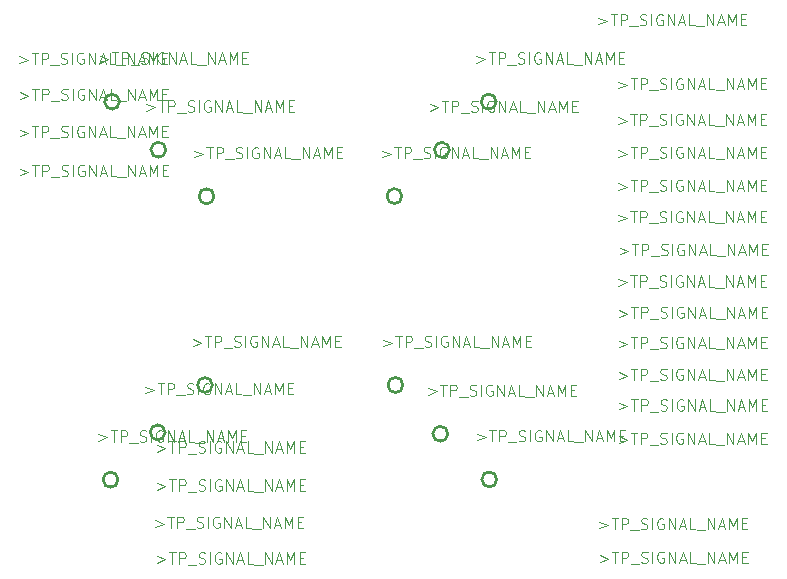
<source format=gbr>
G04 #@! TF.FileFunction,Other,Comment*
%FSLAX46Y46*%
G04 Gerber Fmt 4.6, Leading zero omitted, Abs format (unit mm)*
G04 Created by KiCad (PCBNEW 4.0.6) date 05/08/17 07:31:45*
%MOMM*%
%LPD*%
G01*
G04 APERTURE LIST*
%ADD10C,0.100000*%
%ADD11C,0.254000*%
%ADD12C,0.080000*%
G04 APERTURE END LIST*
D10*
D11*
X130960100Y-89676100D02*
G75*
G03X130960100Y-89676100I-635000J0D01*
G01*
X106956100Y-89671100D02*
G75*
G03X106956100Y-89671100I-635000J0D01*
G01*
X130829100Y-113720100D02*
G75*
G03X130829100Y-113720100I-635000J0D01*
G01*
X106894100Y-113600100D02*
G75*
G03X106894100Y-113600100I-635000J0D01*
G01*
X126941100Y-93598100D02*
G75*
G03X126941100Y-93598100I-635000J0D01*
G01*
X111033100Y-93610100D02*
G75*
G03X111033100Y-93610100I-635000J0D01*
G01*
X127029100Y-109592100D02*
G75*
G03X127029100Y-109592100I-635000J0D01*
G01*
X110898100Y-109590100D02*
G75*
G03X110898100Y-109590100I-635000J0D01*
G01*
X134923100Y-85603100D02*
G75*
G03X134923100Y-85603100I-635000J0D01*
G01*
X103035100Y-85602100D02*
G75*
G03X103035100Y-85602100I-635000J0D01*
G01*
X134974100Y-117585100D02*
G75*
G03X134974100Y-117585100I-635000J0D01*
G01*
X102907100Y-117610100D02*
G75*
G03X102907100Y-117610100I-635000J0D01*
G01*
D12*
X145288490Y-113936329D02*
X146012300Y-114207757D01*
X145288490Y-114479186D01*
X146328966Y-113619662D02*
X146871823Y-113619662D01*
X146600395Y-114569662D02*
X146600395Y-113619662D01*
X147188490Y-114569662D02*
X147188490Y-113619662D01*
X147550395Y-113619662D01*
X147640871Y-113664900D01*
X147686110Y-113710138D01*
X147731348Y-113800614D01*
X147731348Y-113936329D01*
X147686110Y-114026805D01*
X147640871Y-114072043D01*
X147550395Y-114117281D01*
X147188490Y-114117281D01*
X147912300Y-114660138D02*
X148636110Y-114660138D01*
X148817062Y-114524424D02*
X148952777Y-114569662D01*
X149178967Y-114569662D01*
X149269443Y-114524424D01*
X149314681Y-114479186D01*
X149359920Y-114388710D01*
X149359920Y-114298233D01*
X149314681Y-114207757D01*
X149269443Y-114162519D01*
X149178967Y-114117281D01*
X148998015Y-114072043D01*
X148907539Y-114026805D01*
X148862300Y-113981567D01*
X148817062Y-113891090D01*
X148817062Y-113800614D01*
X148862300Y-113710138D01*
X148907539Y-113664900D01*
X148998015Y-113619662D01*
X149224205Y-113619662D01*
X149359920Y-113664900D01*
X149767062Y-114569662D02*
X149767062Y-113619662D01*
X150717063Y-113664900D02*
X150626586Y-113619662D01*
X150490872Y-113619662D01*
X150355158Y-113664900D01*
X150264682Y-113755376D01*
X150219443Y-113845852D01*
X150174205Y-114026805D01*
X150174205Y-114162519D01*
X150219443Y-114343471D01*
X150264682Y-114433948D01*
X150355158Y-114524424D01*
X150490872Y-114569662D01*
X150581348Y-114569662D01*
X150717063Y-114524424D01*
X150762301Y-114479186D01*
X150762301Y-114162519D01*
X150581348Y-114162519D01*
X151169443Y-114569662D02*
X151169443Y-113619662D01*
X151712301Y-114569662D01*
X151712301Y-113619662D01*
X152119443Y-114298233D02*
X152571824Y-114298233D01*
X152028967Y-114569662D02*
X152345634Y-113619662D01*
X152662301Y-114569662D01*
X153431348Y-114569662D02*
X152978967Y-114569662D01*
X152978967Y-113619662D01*
X153521825Y-114660138D02*
X154245635Y-114660138D01*
X154471825Y-114569662D02*
X154471825Y-113619662D01*
X155014683Y-114569662D01*
X155014683Y-113619662D01*
X155421825Y-114298233D02*
X155874206Y-114298233D01*
X155331349Y-114569662D02*
X155648016Y-113619662D01*
X155964683Y-114569662D01*
X156281349Y-114569662D02*
X156281349Y-113619662D01*
X156598016Y-114298233D01*
X156914683Y-113619662D01*
X156914683Y-114569662D01*
X157367063Y-114072043D02*
X157683730Y-114072043D01*
X157819444Y-114569662D02*
X157367063Y-114569662D01*
X157367063Y-113619662D01*
X157819444Y-113619662D01*
X143678890Y-124014929D02*
X144402700Y-124286357D01*
X143678890Y-124557786D01*
X144719366Y-123698262D02*
X145262223Y-123698262D01*
X144990795Y-124648262D02*
X144990795Y-123698262D01*
X145578890Y-124648262D02*
X145578890Y-123698262D01*
X145940795Y-123698262D01*
X146031271Y-123743500D01*
X146076510Y-123788738D01*
X146121748Y-123879214D01*
X146121748Y-124014929D01*
X146076510Y-124105405D01*
X146031271Y-124150643D01*
X145940795Y-124195881D01*
X145578890Y-124195881D01*
X146302700Y-124738738D02*
X147026510Y-124738738D01*
X147207462Y-124603024D02*
X147343177Y-124648262D01*
X147569367Y-124648262D01*
X147659843Y-124603024D01*
X147705081Y-124557786D01*
X147750320Y-124467310D01*
X147750320Y-124376833D01*
X147705081Y-124286357D01*
X147659843Y-124241119D01*
X147569367Y-124195881D01*
X147388415Y-124150643D01*
X147297939Y-124105405D01*
X147252700Y-124060167D01*
X147207462Y-123969690D01*
X147207462Y-123879214D01*
X147252700Y-123788738D01*
X147297939Y-123743500D01*
X147388415Y-123698262D01*
X147614605Y-123698262D01*
X147750320Y-123743500D01*
X148157462Y-124648262D02*
X148157462Y-123698262D01*
X149107463Y-123743500D02*
X149016986Y-123698262D01*
X148881272Y-123698262D01*
X148745558Y-123743500D01*
X148655082Y-123833976D01*
X148609843Y-123924452D01*
X148564605Y-124105405D01*
X148564605Y-124241119D01*
X148609843Y-124422071D01*
X148655082Y-124512548D01*
X148745558Y-124603024D01*
X148881272Y-124648262D01*
X148971748Y-124648262D01*
X149107463Y-124603024D01*
X149152701Y-124557786D01*
X149152701Y-124241119D01*
X148971748Y-124241119D01*
X149559843Y-124648262D02*
X149559843Y-123698262D01*
X150102701Y-124648262D01*
X150102701Y-123698262D01*
X150509843Y-124376833D02*
X150962224Y-124376833D01*
X150419367Y-124648262D02*
X150736034Y-123698262D01*
X151052701Y-124648262D01*
X151821748Y-124648262D02*
X151369367Y-124648262D01*
X151369367Y-123698262D01*
X151912225Y-124738738D02*
X152636035Y-124738738D01*
X152862225Y-124648262D02*
X152862225Y-123698262D01*
X153405083Y-124648262D01*
X153405083Y-123698262D01*
X153812225Y-124376833D02*
X154264606Y-124376833D01*
X153721749Y-124648262D02*
X154038416Y-123698262D01*
X154355083Y-124648262D01*
X154671749Y-124648262D02*
X154671749Y-123698262D01*
X154988416Y-124376833D01*
X155305083Y-123698262D01*
X155305083Y-124648262D01*
X155757463Y-124150643D02*
X156074130Y-124150643D01*
X156209844Y-124648262D02*
X155757463Y-124648262D01*
X155757463Y-123698262D01*
X156209844Y-123698262D01*
X145364690Y-97959729D02*
X146088500Y-98231157D01*
X145364690Y-98502586D01*
X146405166Y-97643062D02*
X146948023Y-97643062D01*
X146676595Y-98593062D02*
X146676595Y-97643062D01*
X147264690Y-98593062D02*
X147264690Y-97643062D01*
X147626595Y-97643062D01*
X147717071Y-97688300D01*
X147762310Y-97733538D01*
X147807548Y-97824014D01*
X147807548Y-97959729D01*
X147762310Y-98050205D01*
X147717071Y-98095443D01*
X147626595Y-98140681D01*
X147264690Y-98140681D01*
X147988500Y-98683538D02*
X148712310Y-98683538D01*
X148893262Y-98547824D02*
X149028977Y-98593062D01*
X149255167Y-98593062D01*
X149345643Y-98547824D01*
X149390881Y-98502586D01*
X149436120Y-98412110D01*
X149436120Y-98321633D01*
X149390881Y-98231157D01*
X149345643Y-98185919D01*
X149255167Y-98140681D01*
X149074215Y-98095443D01*
X148983739Y-98050205D01*
X148938500Y-98004967D01*
X148893262Y-97914490D01*
X148893262Y-97824014D01*
X148938500Y-97733538D01*
X148983739Y-97688300D01*
X149074215Y-97643062D01*
X149300405Y-97643062D01*
X149436120Y-97688300D01*
X149843262Y-98593062D02*
X149843262Y-97643062D01*
X150793263Y-97688300D02*
X150702786Y-97643062D01*
X150567072Y-97643062D01*
X150431358Y-97688300D01*
X150340882Y-97778776D01*
X150295643Y-97869252D01*
X150250405Y-98050205D01*
X150250405Y-98185919D01*
X150295643Y-98366871D01*
X150340882Y-98457348D01*
X150431358Y-98547824D01*
X150567072Y-98593062D01*
X150657548Y-98593062D01*
X150793263Y-98547824D01*
X150838501Y-98502586D01*
X150838501Y-98185919D01*
X150657548Y-98185919D01*
X151245643Y-98593062D02*
X151245643Y-97643062D01*
X151788501Y-98593062D01*
X151788501Y-97643062D01*
X152195643Y-98321633D02*
X152648024Y-98321633D01*
X152105167Y-98593062D02*
X152421834Y-97643062D01*
X152738501Y-98593062D01*
X153507548Y-98593062D02*
X153055167Y-98593062D01*
X153055167Y-97643062D01*
X153598025Y-98683538D02*
X154321835Y-98683538D01*
X154548025Y-98593062D02*
X154548025Y-97643062D01*
X155090883Y-98593062D01*
X155090883Y-97643062D01*
X155498025Y-98321633D02*
X155950406Y-98321633D01*
X155407549Y-98593062D02*
X155724216Y-97643062D01*
X156040883Y-98593062D01*
X156357549Y-98593062D02*
X156357549Y-97643062D01*
X156674216Y-98321633D01*
X156990883Y-97643062D01*
X156990883Y-98593062D01*
X157443263Y-98095443D02*
X157759930Y-98095443D01*
X157895644Y-98593062D02*
X157443263Y-98593062D01*
X157443263Y-97643062D01*
X157895644Y-97643062D01*
X145237690Y-95191129D02*
X145961500Y-95462557D01*
X145237690Y-95733986D01*
X146278166Y-94874462D02*
X146821023Y-94874462D01*
X146549595Y-95824462D02*
X146549595Y-94874462D01*
X147137690Y-95824462D02*
X147137690Y-94874462D01*
X147499595Y-94874462D01*
X147590071Y-94919700D01*
X147635310Y-94964938D01*
X147680548Y-95055414D01*
X147680548Y-95191129D01*
X147635310Y-95281605D01*
X147590071Y-95326843D01*
X147499595Y-95372081D01*
X147137690Y-95372081D01*
X147861500Y-95914938D02*
X148585310Y-95914938D01*
X148766262Y-95779224D02*
X148901977Y-95824462D01*
X149128167Y-95824462D01*
X149218643Y-95779224D01*
X149263881Y-95733986D01*
X149309120Y-95643510D01*
X149309120Y-95553033D01*
X149263881Y-95462557D01*
X149218643Y-95417319D01*
X149128167Y-95372081D01*
X148947215Y-95326843D01*
X148856739Y-95281605D01*
X148811500Y-95236367D01*
X148766262Y-95145890D01*
X148766262Y-95055414D01*
X148811500Y-94964938D01*
X148856739Y-94919700D01*
X148947215Y-94874462D01*
X149173405Y-94874462D01*
X149309120Y-94919700D01*
X149716262Y-95824462D02*
X149716262Y-94874462D01*
X150666263Y-94919700D02*
X150575786Y-94874462D01*
X150440072Y-94874462D01*
X150304358Y-94919700D01*
X150213882Y-95010176D01*
X150168643Y-95100652D01*
X150123405Y-95281605D01*
X150123405Y-95417319D01*
X150168643Y-95598271D01*
X150213882Y-95688748D01*
X150304358Y-95779224D01*
X150440072Y-95824462D01*
X150530548Y-95824462D01*
X150666263Y-95779224D01*
X150711501Y-95733986D01*
X150711501Y-95417319D01*
X150530548Y-95417319D01*
X151118643Y-95824462D02*
X151118643Y-94874462D01*
X151661501Y-95824462D01*
X151661501Y-94874462D01*
X152068643Y-95553033D02*
X152521024Y-95553033D01*
X151978167Y-95824462D02*
X152294834Y-94874462D01*
X152611501Y-95824462D01*
X153380548Y-95824462D02*
X152928167Y-95824462D01*
X152928167Y-94874462D01*
X153471025Y-95914938D02*
X154194835Y-95914938D01*
X154421025Y-95824462D02*
X154421025Y-94874462D01*
X154963883Y-95824462D01*
X154963883Y-94874462D01*
X155371025Y-95553033D02*
X155823406Y-95553033D01*
X155280549Y-95824462D02*
X155597216Y-94874462D01*
X155913883Y-95824462D01*
X156230549Y-95824462D02*
X156230549Y-94874462D01*
X156547216Y-95553033D01*
X156863883Y-94874462D01*
X156863883Y-95824462D01*
X157316263Y-95326843D02*
X157632930Y-95326843D01*
X157768644Y-95824462D02*
X157316263Y-95824462D01*
X157316263Y-94874462D01*
X157768644Y-94874462D01*
X145288490Y-108526129D02*
X146012300Y-108797557D01*
X145288490Y-109068986D01*
X146328966Y-108209462D02*
X146871823Y-108209462D01*
X146600395Y-109159462D02*
X146600395Y-108209462D01*
X147188490Y-109159462D02*
X147188490Y-108209462D01*
X147550395Y-108209462D01*
X147640871Y-108254700D01*
X147686110Y-108299938D01*
X147731348Y-108390414D01*
X147731348Y-108526129D01*
X147686110Y-108616605D01*
X147640871Y-108661843D01*
X147550395Y-108707081D01*
X147188490Y-108707081D01*
X147912300Y-109249938D02*
X148636110Y-109249938D01*
X148817062Y-109114224D02*
X148952777Y-109159462D01*
X149178967Y-109159462D01*
X149269443Y-109114224D01*
X149314681Y-109068986D01*
X149359920Y-108978510D01*
X149359920Y-108888033D01*
X149314681Y-108797557D01*
X149269443Y-108752319D01*
X149178967Y-108707081D01*
X148998015Y-108661843D01*
X148907539Y-108616605D01*
X148862300Y-108571367D01*
X148817062Y-108480890D01*
X148817062Y-108390414D01*
X148862300Y-108299938D01*
X148907539Y-108254700D01*
X148998015Y-108209462D01*
X149224205Y-108209462D01*
X149359920Y-108254700D01*
X149767062Y-109159462D02*
X149767062Y-108209462D01*
X150717063Y-108254700D02*
X150626586Y-108209462D01*
X150490872Y-108209462D01*
X150355158Y-108254700D01*
X150264682Y-108345176D01*
X150219443Y-108435652D01*
X150174205Y-108616605D01*
X150174205Y-108752319D01*
X150219443Y-108933271D01*
X150264682Y-109023748D01*
X150355158Y-109114224D01*
X150490872Y-109159462D01*
X150581348Y-109159462D01*
X150717063Y-109114224D01*
X150762301Y-109068986D01*
X150762301Y-108752319D01*
X150581348Y-108752319D01*
X151169443Y-109159462D02*
X151169443Y-108209462D01*
X151712301Y-109159462D01*
X151712301Y-108209462D01*
X152119443Y-108888033D02*
X152571824Y-108888033D01*
X152028967Y-109159462D02*
X152345634Y-108209462D01*
X152662301Y-109159462D01*
X153431348Y-109159462D02*
X152978967Y-109159462D01*
X152978967Y-108209462D01*
X153521825Y-109249938D02*
X154245635Y-109249938D01*
X154471825Y-109159462D02*
X154471825Y-108209462D01*
X155014683Y-109159462D01*
X155014683Y-108209462D01*
X155421825Y-108888033D02*
X155874206Y-108888033D01*
X155331349Y-109159462D02*
X155648016Y-108209462D01*
X155964683Y-109159462D01*
X156281349Y-109159462D02*
X156281349Y-108209462D01*
X156598016Y-108888033D01*
X156914683Y-108209462D01*
X156914683Y-109159462D01*
X157367063Y-108661843D02*
X157683730Y-108661843D01*
X157819444Y-109159462D02*
X157367063Y-109159462D01*
X157367063Y-108209462D01*
X157819444Y-108209462D01*
X145263090Y-83913529D02*
X145986900Y-84184957D01*
X145263090Y-84456386D01*
X146303566Y-83596862D02*
X146846423Y-83596862D01*
X146574995Y-84546862D02*
X146574995Y-83596862D01*
X147163090Y-84546862D02*
X147163090Y-83596862D01*
X147524995Y-83596862D01*
X147615471Y-83642100D01*
X147660710Y-83687338D01*
X147705948Y-83777814D01*
X147705948Y-83913529D01*
X147660710Y-84004005D01*
X147615471Y-84049243D01*
X147524995Y-84094481D01*
X147163090Y-84094481D01*
X147886900Y-84637338D02*
X148610710Y-84637338D01*
X148791662Y-84501624D02*
X148927377Y-84546862D01*
X149153567Y-84546862D01*
X149244043Y-84501624D01*
X149289281Y-84456386D01*
X149334520Y-84365910D01*
X149334520Y-84275433D01*
X149289281Y-84184957D01*
X149244043Y-84139719D01*
X149153567Y-84094481D01*
X148972615Y-84049243D01*
X148882139Y-84004005D01*
X148836900Y-83958767D01*
X148791662Y-83868290D01*
X148791662Y-83777814D01*
X148836900Y-83687338D01*
X148882139Y-83642100D01*
X148972615Y-83596862D01*
X149198805Y-83596862D01*
X149334520Y-83642100D01*
X149741662Y-84546862D02*
X149741662Y-83596862D01*
X150691663Y-83642100D02*
X150601186Y-83596862D01*
X150465472Y-83596862D01*
X150329758Y-83642100D01*
X150239282Y-83732576D01*
X150194043Y-83823052D01*
X150148805Y-84004005D01*
X150148805Y-84139719D01*
X150194043Y-84320671D01*
X150239282Y-84411148D01*
X150329758Y-84501624D01*
X150465472Y-84546862D01*
X150555948Y-84546862D01*
X150691663Y-84501624D01*
X150736901Y-84456386D01*
X150736901Y-84139719D01*
X150555948Y-84139719D01*
X151144043Y-84546862D02*
X151144043Y-83596862D01*
X151686901Y-84546862D01*
X151686901Y-83596862D01*
X152094043Y-84275433D02*
X152546424Y-84275433D01*
X152003567Y-84546862D02*
X152320234Y-83596862D01*
X152636901Y-84546862D01*
X153405948Y-84546862D02*
X152953567Y-84546862D01*
X152953567Y-83596862D01*
X153496425Y-84637338D02*
X154220235Y-84637338D01*
X154446425Y-84546862D02*
X154446425Y-83596862D01*
X154989283Y-84546862D01*
X154989283Y-83596862D01*
X155396425Y-84275433D02*
X155848806Y-84275433D01*
X155305949Y-84546862D02*
X155622616Y-83596862D01*
X155939283Y-84546862D01*
X156255949Y-84546862D02*
X156255949Y-83596862D01*
X156572616Y-84275433D01*
X156889283Y-83596862D01*
X156889283Y-84546862D01*
X157341663Y-84049243D02*
X157658330Y-84049243D01*
X157794044Y-84546862D02*
X157341663Y-84546862D01*
X157341663Y-83596862D01*
X157794044Y-83596862D01*
X145237690Y-100626729D02*
X145961500Y-100898157D01*
X145237690Y-101169586D01*
X146278166Y-100310062D02*
X146821023Y-100310062D01*
X146549595Y-101260062D02*
X146549595Y-100310062D01*
X147137690Y-101260062D02*
X147137690Y-100310062D01*
X147499595Y-100310062D01*
X147590071Y-100355300D01*
X147635310Y-100400538D01*
X147680548Y-100491014D01*
X147680548Y-100626729D01*
X147635310Y-100717205D01*
X147590071Y-100762443D01*
X147499595Y-100807681D01*
X147137690Y-100807681D01*
X147861500Y-101350538D02*
X148585310Y-101350538D01*
X148766262Y-101214824D02*
X148901977Y-101260062D01*
X149128167Y-101260062D01*
X149218643Y-101214824D01*
X149263881Y-101169586D01*
X149309120Y-101079110D01*
X149309120Y-100988633D01*
X149263881Y-100898157D01*
X149218643Y-100852919D01*
X149128167Y-100807681D01*
X148947215Y-100762443D01*
X148856739Y-100717205D01*
X148811500Y-100671967D01*
X148766262Y-100581490D01*
X148766262Y-100491014D01*
X148811500Y-100400538D01*
X148856739Y-100355300D01*
X148947215Y-100310062D01*
X149173405Y-100310062D01*
X149309120Y-100355300D01*
X149716262Y-101260062D02*
X149716262Y-100310062D01*
X150666263Y-100355300D02*
X150575786Y-100310062D01*
X150440072Y-100310062D01*
X150304358Y-100355300D01*
X150213882Y-100445776D01*
X150168643Y-100536252D01*
X150123405Y-100717205D01*
X150123405Y-100852919D01*
X150168643Y-101033871D01*
X150213882Y-101124348D01*
X150304358Y-101214824D01*
X150440072Y-101260062D01*
X150530548Y-101260062D01*
X150666263Y-101214824D01*
X150711501Y-101169586D01*
X150711501Y-100852919D01*
X150530548Y-100852919D01*
X151118643Y-101260062D02*
X151118643Y-100310062D01*
X151661501Y-101260062D01*
X151661501Y-100310062D01*
X152068643Y-100988633D02*
X152521024Y-100988633D01*
X151978167Y-101260062D02*
X152294834Y-100310062D01*
X152611501Y-101260062D01*
X153380548Y-101260062D02*
X152928167Y-101260062D01*
X152928167Y-100310062D01*
X153471025Y-101350538D02*
X154194835Y-101350538D01*
X154421025Y-101260062D02*
X154421025Y-100310062D01*
X154963883Y-101260062D01*
X154963883Y-100310062D01*
X155371025Y-100988633D02*
X155823406Y-100988633D01*
X155280549Y-101260062D02*
X155597216Y-100310062D01*
X155913883Y-101260062D01*
X156230549Y-101260062D02*
X156230549Y-100310062D01*
X156547216Y-100988633D01*
X156863883Y-100310062D01*
X156863883Y-101260062D01*
X157316263Y-100762443D02*
X157632930Y-100762443D01*
X157768644Y-101260062D02*
X157316263Y-101260062D01*
X157316263Y-100310062D01*
X157768644Y-100310062D01*
X145263090Y-92524129D02*
X145986900Y-92795557D01*
X145263090Y-93066986D01*
X146303566Y-92207462D02*
X146846423Y-92207462D01*
X146574995Y-93157462D02*
X146574995Y-92207462D01*
X147163090Y-93157462D02*
X147163090Y-92207462D01*
X147524995Y-92207462D01*
X147615471Y-92252700D01*
X147660710Y-92297938D01*
X147705948Y-92388414D01*
X147705948Y-92524129D01*
X147660710Y-92614605D01*
X147615471Y-92659843D01*
X147524995Y-92705081D01*
X147163090Y-92705081D01*
X147886900Y-93247938D02*
X148610710Y-93247938D01*
X148791662Y-93112224D02*
X148927377Y-93157462D01*
X149153567Y-93157462D01*
X149244043Y-93112224D01*
X149289281Y-93066986D01*
X149334520Y-92976510D01*
X149334520Y-92886033D01*
X149289281Y-92795557D01*
X149244043Y-92750319D01*
X149153567Y-92705081D01*
X148972615Y-92659843D01*
X148882139Y-92614605D01*
X148836900Y-92569367D01*
X148791662Y-92478890D01*
X148791662Y-92388414D01*
X148836900Y-92297938D01*
X148882139Y-92252700D01*
X148972615Y-92207462D01*
X149198805Y-92207462D01*
X149334520Y-92252700D01*
X149741662Y-93157462D02*
X149741662Y-92207462D01*
X150691663Y-92252700D02*
X150601186Y-92207462D01*
X150465472Y-92207462D01*
X150329758Y-92252700D01*
X150239282Y-92343176D01*
X150194043Y-92433652D01*
X150148805Y-92614605D01*
X150148805Y-92750319D01*
X150194043Y-92931271D01*
X150239282Y-93021748D01*
X150329758Y-93112224D01*
X150465472Y-93157462D01*
X150555948Y-93157462D01*
X150691663Y-93112224D01*
X150736901Y-93066986D01*
X150736901Y-92750319D01*
X150555948Y-92750319D01*
X151144043Y-93157462D02*
X151144043Y-92207462D01*
X151686901Y-93157462D01*
X151686901Y-92207462D01*
X152094043Y-92886033D02*
X152546424Y-92886033D01*
X152003567Y-93157462D02*
X152320234Y-92207462D01*
X152636901Y-93157462D01*
X153405948Y-93157462D02*
X152953567Y-93157462D01*
X152953567Y-92207462D01*
X153496425Y-93247938D02*
X154220235Y-93247938D01*
X154446425Y-93157462D02*
X154446425Y-92207462D01*
X154989283Y-93157462D01*
X154989283Y-92207462D01*
X155396425Y-92886033D02*
X155848806Y-92886033D01*
X155305949Y-93157462D02*
X155622616Y-92207462D01*
X155939283Y-93157462D01*
X156255949Y-93157462D02*
X156255949Y-92207462D01*
X156572616Y-92886033D01*
X156889283Y-92207462D01*
X156889283Y-93157462D01*
X157341663Y-92659843D02*
X157658330Y-92659843D01*
X157794044Y-93157462D02*
X157341663Y-93157462D01*
X157341663Y-92207462D01*
X157794044Y-92207462D01*
X145263090Y-89730129D02*
X145986900Y-90001557D01*
X145263090Y-90272986D01*
X146303566Y-89413462D02*
X146846423Y-89413462D01*
X146574995Y-90363462D02*
X146574995Y-89413462D01*
X147163090Y-90363462D02*
X147163090Y-89413462D01*
X147524995Y-89413462D01*
X147615471Y-89458700D01*
X147660710Y-89503938D01*
X147705948Y-89594414D01*
X147705948Y-89730129D01*
X147660710Y-89820605D01*
X147615471Y-89865843D01*
X147524995Y-89911081D01*
X147163090Y-89911081D01*
X147886900Y-90453938D02*
X148610710Y-90453938D01*
X148791662Y-90318224D02*
X148927377Y-90363462D01*
X149153567Y-90363462D01*
X149244043Y-90318224D01*
X149289281Y-90272986D01*
X149334520Y-90182510D01*
X149334520Y-90092033D01*
X149289281Y-90001557D01*
X149244043Y-89956319D01*
X149153567Y-89911081D01*
X148972615Y-89865843D01*
X148882139Y-89820605D01*
X148836900Y-89775367D01*
X148791662Y-89684890D01*
X148791662Y-89594414D01*
X148836900Y-89503938D01*
X148882139Y-89458700D01*
X148972615Y-89413462D01*
X149198805Y-89413462D01*
X149334520Y-89458700D01*
X149741662Y-90363462D02*
X149741662Y-89413462D01*
X150691663Y-89458700D02*
X150601186Y-89413462D01*
X150465472Y-89413462D01*
X150329758Y-89458700D01*
X150239282Y-89549176D01*
X150194043Y-89639652D01*
X150148805Y-89820605D01*
X150148805Y-89956319D01*
X150194043Y-90137271D01*
X150239282Y-90227748D01*
X150329758Y-90318224D01*
X150465472Y-90363462D01*
X150555948Y-90363462D01*
X150691663Y-90318224D01*
X150736901Y-90272986D01*
X150736901Y-89956319D01*
X150555948Y-89956319D01*
X151144043Y-90363462D02*
X151144043Y-89413462D01*
X151686901Y-90363462D01*
X151686901Y-89413462D01*
X152094043Y-90092033D02*
X152546424Y-90092033D01*
X152003567Y-90363462D02*
X152320234Y-89413462D01*
X152636901Y-90363462D01*
X153405948Y-90363462D02*
X152953567Y-90363462D01*
X152953567Y-89413462D01*
X153496425Y-90453938D02*
X154220235Y-90453938D01*
X154446425Y-90363462D02*
X154446425Y-89413462D01*
X154989283Y-90363462D01*
X154989283Y-89413462D01*
X155396425Y-90092033D02*
X155848806Y-90092033D01*
X155305949Y-90363462D02*
X155622616Y-89413462D01*
X155939283Y-90363462D01*
X156255949Y-90363462D02*
X156255949Y-89413462D01*
X156572616Y-90092033D01*
X156889283Y-89413462D01*
X156889283Y-90363462D01*
X157341663Y-89865843D02*
X157658330Y-89865843D01*
X157794044Y-90363462D02*
X157341663Y-90363462D01*
X157341663Y-89413462D01*
X157794044Y-89413462D01*
X145288490Y-105833729D02*
X146012300Y-106105157D01*
X145288490Y-106376586D01*
X146328966Y-105517062D02*
X146871823Y-105517062D01*
X146600395Y-106467062D02*
X146600395Y-105517062D01*
X147188490Y-106467062D02*
X147188490Y-105517062D01*
X147550395Y-105517062D01*
X147640871Y-105562300D01*
X147686110Y-105607538D01*
X147731348Y-105698014D01*
X147731348Y-105833729D01*
X147686110Y-105924205D01*
X147640871Y-105969443D01*
X147550395Y-106014681D01*
X147188490Y-106014681D01*
X147912300Y-106557538D02*
X148636110Y-106557538D01*
X148817062Y-106421824D02*
X148952777Y-106467062D01*
X149178967Y-106467062D01*
X149269443Y-106421824D01*
X149314681Y-106376586D01*
X149359920Y-106286110D01*
X149359920Y-106195633D01*
X149314681Y-106105157D01*
X149269443Y-106059919D01*
X149178967Y-106014681D01*
X148998015Y-105969443D01*
X148907539Y-105924205D01*
X148862300Y-105878967D01*
X148817062Y-105788490D01*
X148817062Y-105698014D01*
X148862300Y-105607538D01*
X148907539Y-105562300D01*
X148998015Y-105517062D01*
X149224205Y-105517062D01*
X149359920Y-105562300D01*
X149767062Y-106467062D02*
X149767062Y-105517062D01*
X150717063Y-105562300D02*
X150626586Y-105517062D01*
X150490872Y-105517062D01*
X150355158Y-105562300D01*
X150264682Y-105652776D01*
X150219443Y-105743252D01*
X150174205Y-105924205D01*
X150174205Y-106059919D01*
X150219443Y-106240871D01*
X150264682Y-106331348D01*
X150355158Y-106421824D01*
X150490872Y-106467062D01*
X150581348Y-106467062D01*
X150717063Y-106421824D01*
X150762301Y-106376586D01*
X150762301Y-106059919D01*
X150581348Y-106059919D01*
X151169443Y-106467062D02*
X151169443Y-105517062D01*
X151712301Y-106467062D01*
X151712301Y-105517062D01*
X152119443Y-106195633D02*
X152571824Y-106195633D01*
X152028967Y-106467062D02*
X152345634Y-105517062D01*
X152662301Y-106467062D01*
X153431348Y-106467062D02*
X152978967Y-106467062D01*
X152978967Y-105517062D01*
X153521825Y-106557538D02*
X154245635Y-106557538D01*
X154471825Y-106467062D02*
X154471825Y-105517062D01*
X155014683Y-106467062D01*
X155014683Y-105517062D01*
X155421825Y-106195633D02*
X155874206Y-106195633D01*
X155331349Y-106467062D02*
X155648016Y-105517062D01*
X155964683Y-106467062D01*
X156281349Y-106467062D02*
X156281349Y-105517062D01*
X156598016Y-106195633D01*
X156914683Y-105517062D01*
X156914683Y-106467062D01*
X157367063Y-105969443D02*
X157683730Y-105969443D01*
X157819444Y-106467062D02*
X157367063Y-106467062D01*
X157367063Y-105517062D01*
X157819444Y-105517062D01*
X129281290Y-85822529D02*
X130005100Y-86093957D01*
X129281290Y-86365386D01*
X130321766Y-85505862D02*
X130864623Y-85505862D01*
X130593195Y-86455862D02*
X130593195Y-85505862D01*
X131181290Y-86455862D02*
X131181290Y-85505862D01*
X131543195Y-85505862D01*
X131633671Y-85551100D01*
X131678910Y-85596338D01*
X131724148Y-85686814D01*
X131724148Y-85822529D01*
X131678910Y-85913005D01*
X131633671Y-85958243D01*
X131543195Y-86003481D01*
X131181290Y-86003481D01*
X131905100Y-86546338D02*
X132628910Y-86546338D01*
X132809862Y-86410624D02*
X132945577Y-86455862D01*
X133171767Y-86455862D01*
X133262243Y-86410624D01*
X133307481Y-86365386D01*
X133352720Y-86274910D01*
X133352720Y-86184433D01*
X133307481Y-86093957D01*
X133262243Y-86048719D01*
X133171767Y-86003481D01*
X132990815Y-85958243D01*
X132900339Y-85913005D01*
X132855100Y-85867767D01*
X132809862Y-85777290D01*
X132809862Y-85686814D01*
X132855100Y-85596338D01*
X132900339Y-85551100D01*
X132990815Y-85505862D01*
X133217005Y-85505862D01*
X133352720Y-85551100D01*
X133759862Y-86455862D02*
X133759862Y-85505862D01*
X134709863Y-85551100D02*
X134619386Y-85505862D01*
X134483672Y-85505862D01*
X134347958Y-85551100D01*
X134257482Y-85641576D01*
X134212243Y-85732052D01*
X134167005Y-85913005D01*
X134167005Y-86048719D01*
X134212243Y-86229671D01*
X134257482Y-86320148D01*
X134347958Y-86410624D01*
X134483672Y-86455862D01*
X134574148Y-86455862D01*
X134709863Y-86410624D01*
X134755101Y-86365386D01*
X134755101Y-86048719D01*
X134574148Y-86048719D01*
X135162243Y-86455862D02*
X135162243Y-85505862D01*
X135705101Y-86455862D01*
X135705101Y-85505862D01*
X136112243Y-86184433D02*
X136564624Y-86184433D01*
X136021767Y-86455862D02*
X136338434Y-85505862D01*
X136655101Y-86455862D01*
X137424148Y-86455862D02*
X136971767Y-86455862D01*
X136971767Y-85505862D01*
X137514625Y-86546338D02*
X138238435Y-86546338D01*
X138464625Y-86455862D02*
X138464625Y-85505862D01*
X139007483Y-86455862D01*
X139007483Y-85505862D01*
X139414625Y-86184433D02*
X139867006Y-86184433D01*
X139324149Y-86455862D02*
X139640816Y-85505862D01*
X139957483Y-86455862D01*
X140274149Y-86455862D02*
X140274149Y-85505862D01*
X140590816Y-86184433D01*
X140907483Y-85505862D01*
X140907483Y-86455862D01*
X141359863Y-85958243D02*
X141676530Y-85958243D01*
X141812244Y-86455862D02*
X141359863Y-86455862D01*
X141359863Y-85505862D01*
X141812244Y-85505862D01*
X105277290Y-85817529D02*
X106001100Y-86088957D01*
X105277290Y-86360386D01*
X106317766Y-85500862D02*
X106860623Y-85500862D01*
X106589195Y-86450862D02*
X106589195Y-85500862D01*
X107177290Y-86450862D02*
X107177290Y-85500862D01*
X107539195Y-85500862D01*
X107629671Y-85546100D01*
X107674910Y-85591338D01*
X107720148Y-85681814D01*
X107720148Y-85817529D01*
X107674910Y-85908005D01*
X107629671Y-85953243D01*
X107539195Y-85998481D01*
X107177290Y-85998481D01*
X107901100Y-86541338D02*
X108624910Y-86541338D01*
X108805862Y-86405624D02*
X108941577Y-86450862D01*
X109167767Y-86450862D01*
X109258243Y-86405624D01*
X109303481Y-86360386D01*
X109348720Y-86269910D01*
X109348720Y-86179433D01*
X109303481Y-86088957D01*
X109258243Y-86043719D01*
X109167767Y-85998481D01*
X108986815Y-85953243D01*
X108896339Y-85908005D01*
X108851100Y-85862767D01*
X108805862Y-85772290D01*
X108805862Y-85681814D01*
X108851100Y-85591338D01*
X108896339Y-85546100D01*
X108986815Y-85500862D01*
X109213005Y-85500862D01*
X109348720Y-85546100D01*
X109755862Y-86450862D02*
X109755862Y-85500862D01*
X110705863Y-85546100D02*
X110615386Y-85500862D01*
X110479672Y-85500862D01*
X110343958Y-85546100D01*
X110253482Y-85636576D01*
X110208243Y-85727052D01*
X110163005Y-85908005D01*
X110163005Y-86043719D01*
X110208243Y-86224671D01*
X110253482Y-86315148D01*
X110343958Y-86405624D01*
X110479672Y-86450862D01*
X110570148Y-86450862D01*
X110705863Y-86405624D01*
X110751101Y-86360386D01*
X110751101Y-86043719D01*
X110570148Y-86043719D01*
X111158243Y-86450862D02*
X111158243Y-85500862D01*
X111701101Y-86450862D01*
X111701101Y-85500862D01*
X112108243Y-86179433D02*
X112560624Y-86179433D01*
X112017767Y-86450862D02*
X112334434Y-85500862D01*
X112651101Y-86450862D01*
X113420148Y-86450862D02*
X112967767Y-86450862D01*
X112967767Y-85500862D01*
X113510625Y-86541338D02*
X114234435Y-86541338D01*
X114460625Y-86450862D02*
X114460625Y-85500862D01*
X115003483Y-86450862D01*
X115003483Y-85500862D01*
X115410625Y-86179433D02*
X115863006Y-86179433D01*
X115320149Y-86450862D02*
X115636816Y-85500862D01*
X115953483Y-86450862D01*
X116270149Y-86450862D02*
X116270149Y-85500862D01*
X116586816Y-86179433D01*
X116903483Y-85500862D01*
X116903483Y-86450862D01*
X117355863Y-85953243D02*
X117672530Y-85953243D01*
X117808244Y-86450862D02*
X117355863Y-86450862D01*
X117355863Y-85500862D01*
X117808244Y-85500862D01*
X129150290Y-109866529D02*
X129874100Y-110137957D01*
X129150290Y-110409386D01*
X130190766Y-109549862D02*
X130733623Y-109549862D01*
X130462195Y-110499862D02*
X130462195Y-109549862D01*
X131050290Y-110499862D02*
X131050290Y-109549862D01*
X131412195Y-109549862D01*
X131502671Y-109595100D01*
X131547910Y-109640338D01*
X131593148Y-109730814D01*
X131593148Y-109866529D01*
X131547910Y-109957005D01*
X131502671Y-110002243D01*
X131412195Y-110047481D01*
X131050290Y-110047481D01*
X131774100Y-110590338D02*
X132497910Y-110590338D01*
X132678862Y-110454624D02*
X132814577Y-110499862D01*
X133040767Y-110499862D01*
X133131243Y-110454624D01*
X133176481Y-110409386D01*
X133221720Y-110318910D01*
X133221720Y-110228433D01*
X133176481Y-110137957D01*
X133131243Y-110092719D01*
X133040767Y-110047481D01*
X132859815Y-110002243D01*
X132769339Y-109957005D01*
X132724100Y-109911767D01*
X132678862Y-109821290D01*
X132678862Y-109730814D01*
X132724100Y-109640338D01*
X132769339Y-109595100D01*
X132859815Y-109549862D01*
X133086005Y-109549862D01*
X133221720Y-109595100D01*
X133628862Y-110499862D02*
X133628862Y-109549862D01*
X134578863Y-109595100D02*
X134488386Y-109549862D01*
X134352672Y-109549862D01*
X134216958Y-109595100D01*
X134126482Y-109685576D01*
X134081243Y-109776052D01*
X134036005Y-109957005D01*
X134036005Y-110092719D01*
X134081243Y-110273671D01*
X134126482Y-110364148D01*
X134216958Y-110454624D01*
X134352672Y-110499862D01*
X134443148Y-110499862D01*
X134578863Y-110454624D01*
X134624101Y-110409386D01*
X134624101Y-110092719D01*
X134443148Y-110092719D01*
X135031243Y-110499862D02*
X135031243Y-109549862D01*
X135574101Y-110499862D01*
X135574101Y-109549862D01*
X135981243Y-110228433D02*
X136433624Y-110228433D01*
X135890767Y-110499862D02*
X136207434Y-109549862D01*
X136524101Y-110499862D01*
X137293148Y-110499862D02*
X136840767Y-110499862D01*
X136840767Y-109549862D01*
X137383625Y-110590338D02*
X138107435Y-110590338D01*
X138333625Y-110499862D02*
X138333625Y-109549862D01*
X138876483Y-110499862D01*
X138876483Y-109549862D01*
X139283625Y-110228433D02*
X139736006Y-110228433D01*
X139193149Y-110499862D02*
X139509816Y-109549862D01*
X139826483Y-110499862D01*
X140143149Y-110499862D02*
X140143149Y-109549862D01*
X140459816Y-110228433D01*
X140776483Y-109549862D01*
X140776483Y-110499862D01*
X141228863Y-110002243D02*
X141545530Y-110002243D01*
X141681244Y-110499862D02*
X141228863Y-110499862D01*
X141228863Y-109549862D01*
X141681244Y-109549862D01*
X105215290Y-109746529D02*
X105939100Y-110017957D01*
X105215290Y-110289386D01*
X106255766Y-109429862D02*
X106798623Y-109429862D01*
X106527195Y-110379862D02*
X106527195Y-109429862D01*
X107115290Y-110379862D02*
X107115290Y-109429862D01*
X107477195Y-109429862D01*
X107567671Y-109475100D01*
X107612910Y-109520338D01*
X107658148Y-109610814D01*
X107658148Y-109746529D01*
X107612910Y-109837005D01*
X107567671Y-109882243D01*
X107477195Y-109927481D01*
X107115290Y-109927481D01*
X107839100Y-110470338D02*
X108562910Y-110470338D01*
X108743862Y-110334624D02*
X108879577Y-110379862D01*
X109105767Y-110379862D01*
X109196243Y-110334624D01*
X109241481Y-110289386D01*
X109286720Y-110198910D01*
X109286720Y-110108433D01*
X109241481Y-110017957D01*
X109196243Y-109972719D01*
X109105767Y-109927481D01*
X108924815Y-109882243D01*
X108834339Y-109837005D01*
X108789100Y-109791767D01*
X108743862Y-109701290D01*
X108743862Y-109610814D01*
X108789100Y-109520338D01*
X108834339Y-109475100D01*
X108924815Y-109429862D01*
X109151005Y-109429862D01*
X109286720Y-109475100D01*
X109693862Y-110379862D02*
X109693862Y-109429862D01*
X110643863Y-109475100D02*
X110553386Y-109429862D01*
X110417672Y-109429862D01*
X110281958Y-109475100D01*
X110191482Y-109565576D01*
X110146243Y-109656052D01*
X110101005Y-109837005D01*
X110101005Y-109972719D01*
X110146243Y-110153671D01*
X110191482Y-110244148D01*
X110281958Y-110334624D01*
X110417672Y-110379862D01*
X110508148Y-110379862D01*
X110643863Y-110334624D01*
X110689101Y-110289386D01*
X110689101Y-109972719D01*
X110508148Y-109972719D01*
X111096243Y-110379862D02*
X111096243Y-109429862D01*
X111639101Y-110379862D01*
X111639101Y-109429862D01*
X112046243Y-110108433D02*
X112498624Y-110108433D01*
X111955767Y-110379862D02*
X112272434Y-109429862D01*
X112589101Y-110379862D01*
X113358148Y-110379862D02*
X112905767Y-110379862D01*
X112905767Y-109429862D01*
X113448625Y-110470338D02*
X114172435Y-110470338D01*
X114398625Y-110379862D02*
X114398625Y-109429862D01*
X114941483Y-110379862D01*
X114941483Y-109429862D01*
X115348625Y-110108433D02*
X115801006Y-110108433D01*
X115258149Y-110379862D02*
X115574816Y-109429862D01*
X115891483Y-110379862D01*
X116208149Y-110379862D02*
X116208149Y-109429862D01*
X116524816Y-110108433D01*
X116841483Y-109429862D01*
X116841483Y-110379862D01*
X117293863Y-109882243D02*
X117610530Y-109882243D01*
X117746244Y-110379862D02*
X117293863Y-110379862D01*
X117293863Y-109429862D01*
X117746244Y-109429862D01*
X125262290Y-89744529D02*
X125986100Y-90015957D01*
X125262290Y-90287386D01*
X126302766Y-89427862D02*
X126845623Y-89427862D01*
X126574195Y-90377862D02*
X126574195Y-89427862D01*
X127162290Y-90377862D02*
X127162290Y-89427862D01*
X127524195Y-89427862D01*
X127614671Y-89473100D01*
X127659910Y-89518338D01*
X127705148Y-89608814D01*
X127705148Y-89744529D01*
X127659910Y-89835005D01*
X127614671Y-89880243D01*
X127524195Y-89925481D01*
X127162290Y-89925481D01*
X127886100Y-90468338D02*
X128609910Y-90468338D01*
X128790862Y-90332624D02*
X128926577Y-90377862D01*
X129152767Y-90377862D01*
X129243243Y-90332624D01*
X129288481Y-90287386D01*
X129333720Y-90196910D01*
X129333720Y-90106433D01*
X129288481Y-90015957D01*
X129243243Y-89970719D01*
X129152767Y-89925481D01*
X128971815Y-89880243D01*
X128881339Y-89835005D01*
X128836100Y-89789767D01*
X128790862Y-89699290D01*
X128790862Y-89608814D01*
X128836100Y-89518338D01*
X128881339Y-89473100D01*
X128971815Y-89427862D01*
X129198005Y-89427862D01*
X129333720Y-89473100D01*
X129740862Y-90377862D02*
X129740862Y-89427862D01*
X130690863Y-89473100D02*
X130600386Y-89427862D01*
X130464672Y-89427862D01*
X130328958Y-89473100D01*
X130238482Y-89563576D01*
X130193243Y-89654052D01*
X130148005Y-89835005D01*
X130148005Y-89970719D01*
X130193243Y-90151671D01*
X130238482Y-90242148D01*
X130328958Y-90332624D01*
X130464672Y-90377862D01*
X130555148Y-90377862D01*
X130690863Y-90332624D01*
X130736101Y-90287386D01*
X130736101Y-89970719D01*
X130555148Y-89970719D01*
X131143243Y-90377862D02*
X131143243Y-89427862D01*
X131686101Y-90377862D01*
X131686101Y-89427862D01*
X132093243Y-90106433D02*
X132545624Y-90106433D01*
X132002767Y-90377862D02*
X132319434Y-89427862D01*
X132636101Y-90377862D01*
X133405148Y-90377862D02*
X132952767Y-90377862D01*
X132952767Y-89427862D01*
X133495625Y-90468338D02*
X134219435Y-90468338D01*
X134445625Y-90377862D02*
X134445625Y-89427862D01*
X134988483Y-90377862D01*
X134988483Y-89427862D01*
X135395625Y-90106433D02*
X135848006Y-90106433D01*
X135305149Y-90377862D02*
X135621816Y-89427862D01*
X135938483Y-90377862D01*
X136255149Y-90377862D02*
X136255149Y-89427862D01*
X136571816Y-90106433D01*
X136888483Y-89427862D01*
X136888483Y-90377862D01*
X137340863Y-89880243D02*
X137657530Y-89880243D01*
X137793244Y-90377862D02*
X137340863Y-90377862D01*
X137340863Y-89427862D01*
X137793244Y-89427862D01*
X109354290Y-89756529D02*
X110078100Y-90027957D01*
X109354290Y-90299386D01*
X110394766Y-89439862D02*
X110937623Y-89439862D01*
X110666195Y-90389862D02*
X110666195Y-89439862D01*
X111254290Y-90389862D02*
X111254290Y-89439862D01*
X111616195Y-89439862D01*
X111706671Y-89485100D01*
X111751910Y-89530338D01*
X111797148Y-89620814D01*
X111797148Y-89756529D01*
X111751910Y-89847005D01*
X111706671Y-89892243D01*
X111616195Y-89937481D01*
X111254290Y-89937481D01*
X111978100Y-90480338D02*
X112701910Y-90480338D01*
X112882862Y-90344624D02*
X113018577Y-90389862D01*
X113244767Y-90389862D01*
X113335243Y-90344624D01*
X113380481Y-90299386D01*
X113425720Y-90208910D01*
X113425720Y-90118433D01*
X113380481Y-90027957D01*
X113335243Y-89982719D01*
X113244767Y-89937481D01*
X113063815Y-89892243D01*
X112973339Y-89847005D01*
X112928100Y-89801767D01*
X112882862Y-89711290D01*
X112882862Y-89620814D01*
X112928100Y-89530338D01*
X112973339Y-89485100D01*
X113063815Y-89439862D01*
X113290005Y-89439862D01*
X113425720Y-89485100D01*
X113832862Y-90389862D02*
X113832862Y-89439862D01*
X114782863Y-89485100D02*
X114692386Y-89439862D01*
X114556672Y-89439862D01*
X114420958Y-89485100D01*
X114330482Y-89575576D01*
X114285243Y-89666052D01*
X114240005Y-89847005D01*
X114240005Y-89982719D01*
X114285243Y-90163671D01*
X114330482Y-90254148D01*
X114420958Y-90344624D01*
X114556672Y-90389862D01*
X114647148Y-90389862D01*
X114782863Y-90344624D01*
X114828101Y-90299386D01*
X114828101Y-89982719D01*
X114647148Y-89982719D01*
X115235243Y-90389862D02*
X115235243Y-89439862D01*
X115778101Y-90389862D01*
X115778101Y-89439862D01*
X116185243Y-90118433D02*
X116637624Y-90118433D01*
X116094767Y-90389862D02*
X116411434Y-89439862D01*
X116728101Y-90389862D01*
X117497148Y-90389862D02*
X117044767Y-90389862D01*
X117044767Y-89439862D01*
X117587625Y-90480338D02*
X118311435Y-90480338D01*
X118537625Y-90389862D02*
X118537625Y-89439862D01*
X119080483Y-90389862D01*
X119080483Y-89439862D01*
X119487625Y-90118433D02*
X119940006Y-90118433D01*
X119397149Y-90389862D02*
X119713816Y-89439862D01*
X120030483Y-90389862D01*
X120347149Y-90389862D02*
X120347149Y-89439862D01*
X120663816Y-90118433D01*
X120980483Y-89439862D01*
X120980483Y-90389862D01*
X121432863Y-89892243D02*
X121749530Y-89892243D01*
X121885244Y-90389862D02*
X121432863Y-90389862D01*
X121432863Y-89439862D01*
X121885244Y-89439862D01*
X125350290Y-105738529D02*
X126074100Y-106009957D01*
X125350290Y-106281386D01*
X126390766Y-105421862D02*
X126933623Y-105421862D01*
X126662195Y-106371862D02*
X126662195Y-105421862D01*
X127250290Y-106371862D02*
X127250290Y-105421862D01*
X127612195Y-105421862D01*
X127702671Y-105467100D01*
X127747910Y-105512338D01*
X127793148Y-105602814D01*
X127793148Y-105738529D01*
X127747910Y-105829005D01*
X127702671Y-105874243D01*
X127612195Y-105919481D01*
X127250290Y-105919481D01*
X127974100Y-106462338D02*
X128697910Y-106462338D01*
X128878862Y-106326624D02*
X129014577Y-106371862D01*
X129240767Y-106371862D01*
X129331243Y-106326624D01*
X129376481Y-106281386D01*
X129421720Y-106190910D01*
X129421720Y-106100433D01*
X129376481Y-106009957D01*
X129331243Y-105964719D01*
X129240767Y-105919481D01*
X129059815Y-105874243D01*
X128969339Y-105829005D01*
X128924100Y-105783767D01*
X128878862Y-105693290D01*
X128878862Y-105602814D01*
X128924100Y-105512338D01*
X128969339Y-105467100D01*
X129059815Y-105421862D01*
X129286005Y-105421862D01*
X129421720Y-105467100D01*
X129828862Y-106371862D02*
X129828862Y-105421862D01*
X130778863Y-105467100D02*
X130688386Y-105421862D01*
X130552672Y-105421862D01*
X130416958Y-105467100D01*
X130326482Y-105557576D01*
X130281243Y-105648052D01*
X130236005Y-105829005D01*
X130236005Y-105964719D01*
X130281243Y-106145671D01*
X130326482Y-106236148D01*
X130416958Y-106326624D01*
X130552672Y-106371862D01*
X130643148Y-106371862D01*
X130778863Y-106326624D01*
X130824101Y-106281386D01*
X130824101Y-105964719D01*
X130643148Y-105964719D01*
X131231243Y-106371862D02*
X131231243Y-105421862D01*
X131774101Y-106371862D01*
X131774101Y-105421862D01*
X132181243Y-106100433D02*
X132633624Y-106100433D01*
X132090767Y-106371862D02*
X132407434Y-105421862D01*
X132724101Y-106371862D01*
X133493148Y-106371862D02*
X133040767Y-106371862D01*
X133040767Y-105421862D01*
X133583625Y-106462338D02*
X134307435Y-106462338D01*
X134533625Y-106371862D02*
X134533625Y-105421862D01*
X135076483Y-106371862D01*
X135076483Y-105421862D01*
X135483625Y-106100433D02*
X135936006Y-106100433D01*
X135393149Y-106371862D02*
X135709816Y-105421862D01*
X136026483Y-106371862D01*
X136343149Y-106371862D02*
X136343149Y-105421862D01*
X136659816Y-106100433D01*
X136976483Y-105421862D01*
X136976483Y-106371862D01*
X137428863Y-105874243D02*
X137745530Y-105874243D01*
X137881244Y-106371862D02*
X137428863Y-106371862D01*
X137428863Y-105421862D01*
X137881244Y-105421862D01*
X109219290Y-105736529D02*
X109943100Y-106007957D01*
X109219290Y-106279386D01*
X110259766Y-105419862D02*
X110802623Y-105419862D01*
X110531195Y-106369862D02*
X110531195Y-105419862D01*
X111119290Y-106369862D02*
X111119290Y-105419862D01*
X111481195Y-105419862D01*
X111571671Y-105465100D01*
X111616910Y-105510338D01*
X111662148Y-105600814D01*
X111662148Y-105736529D01*
X111616910Y-105827005D01*
X111571671Y-105872243D01*
X111481195Y-105917481D01*
X111119290Y-105917481D01*
X111843100Y-106460338D02*
X112566910Y-106460338D01*
X112747862Y-106324624D02*
X112883577Y-106369862D01*
X113109767Y-106369862D01*
X113200243Y-106324624D01*
X113245481Y-106279386D01*
X113290720Y-106188910D01*
X113290720Y-106098433D01*
X113245481Y-106007957D01*
X113200243Y-105962719D01*
X113109767Y-105917481D01*
X112928815Y-105872243D01*
X112838339Y-105827005D01*
X112793100Y-105781767D01*
X112747862Y-105691290D01*
X112747862Y-105600814D01*
X112793100Y-105510338D01*
X112838339Y-105465100D01*
X112928815Y-105419862D01*
X113155005Y-105419862D01*
X113290720Y-105465100D01*
X113697862Y-106369862D02*
X113697862Y-105419862D01*
X114647863Y-105465100D02*
X114557386Y-105419862D01*
X114421672Y-105419862D01*
X114285958Y-105465100D01*
X114195482Y-105555576D01*
X114150243Y-105646052D01*
X114105005Y-105827005D01*
X114105005Y-105962719D01*
X114150243Y-106143671D01*
X114195482Y-106234148D01*
X114285958Y-106324624D01*
X114421672Y-106369862D01*
X114512148Y-106369862D01*
X114647863Y-106324624D01*
X114693101Y-106279386D01*
X114693101Y-105962719D01*
X114512148Y-105962719D01*
X115100243Y-106369862D02*
X115100243Y-105419862D01*
X115643101Y-106369862D01*
X115643101Y-105419862D01*
X116050243Y-106098433D02*
X116502624Y-106098433D01*
X115959767Y-106369862D02*
X116276434Y-105419862D01*
X116593101Y-106369862D01*
X117362148Y-106369862D02*
X116909767Y-106369862D01*
X116909767Y-105419862D01*
X117452625Y-106460338D02*
X118176435Y-106460338D01*
X118402625Y-106369862D02*
X118402625Y-105419862D01*
X118945483Y-106369862D01*
X118945483Y-105419862D01*
X119352625Y-106098433D02*
X119805006Y-106098433D01*
X119262149Y-106369862D02*
X119578816Y-105419862D01*
X119895483Y-106369862D01*
X120212149Y-106369862D02*
X120212149Y-105419862D01*
X120528816Y-106098433D01*
X120845483Y-105419862D01*
X120845483Y-106369862D01*
X121297863Y-105872243D02*
X121614530Y-105872243D01*
X121750244Y-106369862D02*
X121297863Y-106369862D01*
X121297863Y-105419862D01*
X121750244Y-105419862D01*
X133244290Y-81749529D02*
X133968100Y-82020957D01*
X133244290Y-82292386D01*
X134284766Y-81432862D02*
X134827623Y-81432862D01*
X134556195Y-82382862D02*
X134556195Y-81432862D01*
X135144290Y-82382862D02*
X135144290Y-81432862D01*
X135506195Y-81432862D01*
X135596671Y-81478100D01*
X135641910Y-81523338D01*
X135687148Y-81613814D01*
X135687148Y-81749529D01*
X135641910Y-81840005D01*
X135596671Y-81885243D01*
X135506195Y-81930481D01*
X135144290Y-81930481D01*
X135868100Y-82473338D02*
X136591910Y-82473338D01*
X136772862Y-82337624D02*
X136908577Y-82382862D01*
X137134767Y-82382862D01*
X137225243Y-82337624D01*
X137270481Y-82292386D01*
X137315720Y-82201910D01*
X137315720Y-82111433D01*
X137270481Y-82020957D01*
X137225243Y-81975719D01*
X137134767Y-81930481D01*
X136953815Y-81885243D01*
X136863339Y-81840005D01*
X136818100Y-81794767D01*
X136772862Y-81704290D01*
X136772862Y-81613814D01*
X136818100Y-81523338D01*
X136863339Y-81478100D01*
X136953815Y-81432862D01*
X137180005Y-81432862D01*
X137315720Y-81478100D01*
X137722862Y-82382862D02*
X137722862Y-81432862D01*
X138672863Y-81478100D02*
X138582386Y-81432862D01*
X138446672Y-81432862D01*
X138310958Y-81478100D01*
X138220482Y-81568576D01*
X138175243Y-81659052D01*
X138130005Y-81840005D01*
X138130005Y-81975719D01*
X138175243Y-82156671D01*
X138220482Y-82247148D01*
X138310958Y-82337624D01*
X138446672Y-82382862D01*
X138537148Y-82382862D01*
X138672863Y-82337624D01*
X138718101Y-82292386D01*
X138718101Y-81975719D01*
X138537148Y-81975719D01*
X139125243Y-82382862D02*
X139125243Y-81432862D01*
X139668101Y-82382862D01*
X139668101Y-81432862D01*
X140075243Y-82111433D02*
X140527624Y-82111433D01*
X139984767Y-82382862D02*
X140301434Y-81432862D01*
X140618101Y-82382862D01*
X141387148Y-82382862D02*
X140934767Y-82382862D01*
X140934767Y-81432862D01*
X141477625Y-82473338D02*
X142201435Y-82473338D01*
X142427625Y-82382862D02*
X142427625Y-81432862D01*
X142970483Y-82382862D01*
X142970483Y-81432862D01*
X143377625Y-82111433D02*
X143830006Y-82111433D01*
X143287149Y-82382862D02*
X143603816Y-81432862D01*
X143920483Y-82382862D01*
X144237149Y-82382862D02*
X144237149Y-81432862D01*
X144553816Y-82111433D01*
X144870483Y-81432862D01*
X144870483Y-82382862D01*
X145322863Y-81885243D02*
X145639530Y-81885243D01*
X145775244Y-82382862D02*
X145322863Y-82382862D01*
X145322863Y-81432862D01*
X145775244Y-81432862D01*
X101356290Y-81748529D02*
X102080100Y-82019957D01*
X101356290Y-82291386D01*
X102396766Y-81431862D02*
X102939623Y-81431862D01*
X102668195Y-82381862D02*
X102668195Y-81431862D01*
X103256290Y-82381862D02*
X103256290Y-81431862D01*
X103618195Y-81431862D01*
X103708671Y-81477100D01*
X103753910Y-81522338D01*
X103799148Y-81612814D01*
X103799148Y-81748529D01*
X103753910Y-81839005D01*
X103708671Y-81884243D01*
X103618195Y-81929481D01*
X103256290Y-81929481D01*
X103980100Y-82472338D02*
X104703910Y-82472338D01*
X104884862Y-82336624D02*
X105020577Y-82381862D01*
X105246767Y-82381862D01*
X105337243Y-82336624D01*
X105382481Y-82291386D01*
X105427720Y-82200910D01*
X105427720Y-82110433D01*
X105382481Y-82019957D01*
X105337243Y-81974719D01*
X105246767Y-81929481D01*
X105065815Y-81884243D01*
X104975339Y-81839005D01*
X104930100Y-81793767D01*
X104884862Y-81703290D01*
X104884862Y-81612814D01*
X104930100Y-81522338D01*
X104975339Y-81477100D01*
X105065815Y-81431862D01*
X105292005Y-81431862D01*
X105427720Y-81477100D01*
X105834862Y-82381862D02*
X105834862Y-81431862D01*
X106784863Y-81477100D02*
X106694386Y-81431862D01*
X106558672Y-81431862D01*
X106422958Y-81477100D01*
X106332482Y-81567576D01*
X106287243Y-81658052D01*
X106242005Y-81839005D01*
X106242005Y-81974719D01*
X106287243Y-82155671D01*
X106332482Y-82246148D01*
X106422958Y-82336624D01*
X106558672Y-82381862D01*
X106649148Y-82381862D01*
X106784863Y-82336624D01*
X106830101Y-82291386D01*
X106830101Y-81974719D01*
X106649148Y-81974719D01*
X107237243Y-82381862D02*
X107237243Y-81431862D01*
X107780101Y-82381862D01*
X107780101Y-81431862D01*
X108187243Y-82110433D02*
X108639624Y-82110433D01*
X108096767Y-82381862D02*
X108413434Y-81431862D01*
X108730101Y-82381862D01*
X109499148Y-82381862D02*
X109046767Y-82381862D01*
X109046767Y-81431862D01*
X109589625Y-82472338D02*
X110313435Y-82472338D01*
X110539625Y-82381862D02*
X110539625Y-81431862D01*
X111082483Y-82381862D01*
X111082483Y-81431862D01*
X111489625Y-82110433D02*
X111942006Y-82110433D01*
X111399149Y-82381862D02*
X111715816Y-81431862D01*
X112032483Y-82381862D01*
X112349149Y-82381862D02*
X112349149Y-81431862D01*
X112665816Y-82110433D01*
X112982483Y-81431862D01*
X112982483Y-82381862D01*
X113434863Y-81884243D02*
X113751530Y-81884243D01*
X113887244Y-82381862D02*
X113434863Y-82381862D01*
X113434863Y-81431862D01*
X113887244Y-81431862D01*
X133295290Y-113731529D02*
X134019100Y-114002957D01*
X133295290Y-114274386D01*
X134335766Y-113414862D02*
X134878623Y-113414862D01*
X134607195Y-114364862D02*
X134607195Y-113414862D01*
X135195290Y-114364862D02*
X135195290Y-113414862D01*
X135557195Y-113414862D01*
X135647671Y-113460100D01*
X135692910Y-113505338D01*
X135738148Y-113595814D01*
X135738148Y-113731529D01*
X135692910Y-113822005D01*
X135647671Y-113867243D01*
X135557195Y-113912481D01*
X135195290Y-113912481D01*
X135919100Y-114455338D02*
X136642910Y-114455338D01*
X136823862Y-114319624D02*
X136959577Y-114364862D01*
X137185767Y-114364862D01*
X137276243Y-114319624D01*
X137321481Y-114274386D01*
X137366720Y-114183910D01*
X137366720Y-114093433D01*
X137321481Y-114002957D01*
X137276243Y-113957719D01*
X137185767Y-113912481D01*
X137004815Y-113867243D01*
X136914339Y-113822005D01*
X136869100Y-113776767D01*
X136823862Y-113686290D01*
X136823862Y-113595814D01*
X136869100Y-113505338D01*
X136914339Y-113460100D01*
X137004815Y-113414862D01*
X137231005Y-113414862D01*
X137366720Y-113460100D01*
X137773862Y-114364862D02*
X137773862Y-113414862D01*
X138723863Y-113460100D02*
X138633386Y-113414862D01*
X138497672Y-113414862D01*
X138361958Y-113460100D01*
X138271482Y-113550576D01*
X138226243Y-113641052D01*
X138181005Y-113822005D01*
X138181005Y-113957719D01*
X138226243Y-114138671D01*
X138271482Y-114229148D01*
X138361958Y-114319624D01*
X138497672Y-114364862D01*
X138588148Y-114364862D01*
X138723863Y-114319624D01*
X138769101Y-114274386D01*
X138769101Y-113957719D01*
X138588148Y-113957719D01*
X139176243Y-114364862D02*
X139176243Y-113414862D01*
X139719101Y-114364862D01*
X139719101Y-113414862D01*
X140126243Y-114093433D02*
X140578624Y-114093433D01*
X140035767Y-114364862D02*
X140352434Y-113414862D01*
X140669101Y-114364862D01*
X141438148Y-114364862D02*
X140985767Y-114364862D01*
X140985767Y-113414862D01*
X141528625Y-114455338D02*
X142252435Y-114455338D01*
X142478625Y-114364862D02*
X142478625Y-113414862D01*
X143021483Y-114364862D01*
X143021483Y-113414862D01*
X143428625Y-114093433D02*
X143881006Y-114093433D01*
X143338149Y-114364862D02*
X143654816Y-113414862D01*
X143971483Y-114364862D01*
X144288149Y-114364862D02*
X144288149Y-113414862D01*
X144604816Y-114093433D01*
X144921483Y-113414862D01*
X144921483Y-114364862D01*
X145373863Y-113867243D02*
X145690530Y-113867243D01*
X145826244Y-114364862D02*
X145373863Y-114364862D01*
X145373863Y-113414862D01*
X145826244Y-113414862D01*
X101228290Y-113756529D02*
X101952100Y-114027957D01*
X101228290Y-114299386D01*
X102268766Y-113439862D02*
X102811623Y-113439862D01*
X102540195Y-114389862D02*
X102540195Y-113439862D01*
X103128290Y-114389862D02*
X103128290Y-113439862D01*
X103490195Y-113439862D01*
X103580671Y-113485100D01*
X103625910Y-113530338D01*
X103671148Y-113620814D01*
X103671148Y-113756529D01*
X103625910Y-113847005D01*
X103580671Y-113892243D01*
X103490195Y-113937481D01*
X103128290Y-113937481D01*
X103852100Y-114480338D02*
X104575910Y-114480338D01*
X104756862Y-114344624D02*
X104892577Y-114389862D01*
X105118767Y-114389862D01*
X105209243Y-114344624D01*
X105254481Y-114299386D01*
X105299720Y-114208910D01*
X105299720Y-114118433D01*
X105254481Y-114027957D01*
X105209243Y-113982719D01*
X105118767Y-113937481D01*
X104937815Y-113892243D01*
X104847339Y-113847005D01*
X104802100Y-113801767D01*
X104756862Y-113711290D01*
X104756862Y-113620814D01*
X104802100Y-113530338D01*
X104847339Y-113485100D01*
X104937815Y-113439862D01*
X105164005Y-113439862D01*
X105299720Y-113485100D01*
X105706862Y-114389862D02*
X105706862Y-113439862D01*
X106656863Y-113485100D02*
X106566386Y-113439862D01*
X106430672Y-113439862D01*
X106294958Y-113485100D01*
X106204482Y-113575576D01*
X106159243Y-113666052D01*
X106114005Y-113847005D01*
X106114005Y-113982719D01*
X106159243Y-114163671D01*
X106204482Y-114254148D01*
X106294958Y-114344624D01*
X106430672Y-114389862D01*
X106521148Y-114389862D01*
X106656863Y-114344624D01*
X106702101Y-114299386D01*
X106702101Y-113982719D01*
X106521148Y-113982719D01*
X107109243Y-114389862D02*
X107109243Y-113439862D01*
X107652101Y-114389862D01*
X107652101Y-113439862D01*
X108059243Y-114118433D02*
X108511624Y-114118433D01*
X107968767Y-114389862D02*
X108285434Y-113439862D01*
X108602101Y-114389862D01*
X109371148Y-114389862D02*
X108918767Y-114389862D01*
X108918767Y-113439862D01*
X109461625Y-114480338D02*
X110185435Y-114480338D01*
X110411625Y-114389862D02*
X110411625Y-113439862D01*
X110954483Y-114389862D01*
X110954483Y-113439862D01*
X111361625Y-114118433D02*
X111814006Y-114118433D01*
X111271149Y-114389862D02*
X111587816Y-113439862D01*
X111904483Y-114389862D01*
X112221149Y-114389862D02*
X112221149Y-113439862D01*
X112537816Y-114118433D01*
X112854483Y-113439862D01*
X112854483Y-114389862D01*
X113306863Y-113892243D02*
X113623530Y-113892243D01*
X113759244Y-114389862D02*
X113306863Y-114389862D01*
X113306863Y-113439862D01*
X113759244Y-113439862D01*
X143577890Y-78494529D02*
X144301700Y-78765957D01*
X143577890Y-79037386D01*
X144618366Y-78177862D02*
X145161223Y-78177862D01*
X144889795Y-79127862D02*
X144889795Y-78177862D01*
X145477890Y-79127862D02*
X145477890Y-78177862D01*
X145839795Y-78177862D01*
X145930271Y-78223100D01*
X145975510Y-78268338D01*
X146020748Y-78358814D01*
X146020748Y-78494529D01*
X145975510Y-78585005D01*
X145930271Y-78630243D01*
X145839795Y-78675481D01*
X145477890Y-78675481D01*
X146201700Y-79218338D02*
X146925510Y-79218338D01*
X147106462Y-79082624D02*
X147242177Y-79127862D01*
X147468367Y-79127862D01*
X147558843Y-79082624D01*
X147604081Y-79037386D01*
X147649320Y-78946910D01*
X147649320Y-78856433D01*
X147604081Y-78765957D01*
X147558843Y-78720719D01*
X147468367Y-78675481D01*
X147287415Y-78630243D01*
X147196939Y-78585005D01*
X147151700Y-78539767D01*
X147106462Y-78449290D01*
X147106462Y-78358814D01*
X147151700Y-78268338D01*
X147196939Y-78223100D01*
X147287415Y-78177862D01*
X147513605Y-78177862D01*
X147649320Y-78223100D01*
X148056462Y-79127862D02*
X148056462Y-78177862D01*
X149006463Y-78223100D02*
X148915986Y-78177862D01*
X148780272Y-78177862D01*
X148644558Y-78223100D01*
X148554082Y-78313576D01*
X148508843Y-78404052D01*
X148463605Y-78585005D01*
X148463605Y-78720719D01*
X148508843Y-78901671D01*
X148554082Y-78992148D01*
X148644558Y-79082624D01*
X148780272Y-79127862D01*
X148870748Y-79127862D01*
X149006463Y-79082624D01*
X149051701Y-79037386D01*
X149051701Y-78720719D01*
X148870748Y-78720719D01*
X149458843Y-79127862D02*
X149458843Y-78177862D01*
X150001701Y-79127862D01*
X150001701Y-78177862D01*
X150408843Y-78856433D02*
X150861224Y-78856433D01*
X150318367Y-79127862D02*
X150635034Y-78177862D01*
X150951701Y-79127862D01*
X151720748Y-79127862D02*
X151268367Y-79127862D01*
X151268367Y-78177862D01*
X151811225Y-79218338D02*
X152535035Y-79218338D01*
X152761225Y-79127862D02*
X152761225Y-78177862D01*
X153304083Y-79127862D01*
X153304083Y-78177862D01*
X153711225Y-78856433D02*
X154163606Y-78856433D01*
X153620749Y-79127862D02*
X153937416Y-78177862D01*
X154254083Y-79127862D01*
X154570749Y-79127862D02*
X154570749Y-78177862D01*
X154887416Y-78856433D01*
X155204083Y-78177862D01*
X155204083Y-79127862D01*
X155656463Y-78630243D02*
X155973130Y-78630243D01*
X156108844Y-79127862D02*
X155656463Y-79127862D01*
X155656463Y-78177862D01*
X156108844Y-78177862D01*
X145313890Y-111116929D02*
X146037700Y-111388357D01*
X145313890Y-111659786D01*
X146354366Y-110800262D02*
X146897223Y-110800262D01*
X146625795Y-111750262D02*
X146625795Y-110800262D01*
X147213890Y-111750262D02*
X147213890Y-110800262D01*
X147575795Y-110800262D01*
X147666271Y-110845500D01*
X147711510Y-110890738D01*
X147756748Y-110981214D01*
X147756748Y-111116929D01*
X147711510Y-111207405D01*
X147666271Y-111252643D01*
X147575795Y-111297881D01*
X147213890Y-111297881D01*
X147937700Y-111840738D02*
X148661510Y-111840738D01*
X148842462Y-111705024D02*
X148978177Y-111750262D01*
X149204367Y-111750262D01*
X149294843Y-111705024D01*
X149340081Y-111659786D01*
X149385320Y-111569310D01*
X149385320Y-111478833D01*
X149340081Y-111388357D01*
X149294843Y-111343119D01*
X149204367Y-111297881D01*
X149023415Y-111252643D01*
X148932939Y-111207405D01*
X148887700Y-111162167D01*
X148842462Y-111071690D01*
X148842462Y-110981214D01*
X148887700Y-110890738D01*
X148932939Y-110845500D01*
X149023415Y-110800262D01*
X149249605Y-110800262D01*
X149385320Y-110845500D01*
X149792462Y-111750262D02*
X149792462Y-110800262D01*
X150742463Y-110845500D02*
X150651986Y-110800262D01*
X150516272Y-110800262D01*
X150380558Y-110845500D01*
X150290082Y-110935976D01*
X150244843Y-111026452D01*
X150199605Y-111207405D01*
X150199605Y-111343119D01*
X150244843Y-111524071D01*
X150290082Y-111614548D01*
X150380558Y-111705024D01*
X150516272Y-111750262D01*
X150606748Y-111750262D01*
X150742463Y-111705024D01*
X150787701Y-111659786D01*
X150787701Y-111343119D01*
X150606748Y-111343119D01*
X151194843Y-111750262D02*
X151194843Y-110800262D01*
X151737701Y-111750262D01*
X151737701Y-110800262D01*
X152144843Y-111478833D02*
X152597224Y-111478833D01*
X152054367Y-111750262D02*
X152371034Y-110800262D01*
X152687701Y-111750262D01*
X153456748Y-111750262D02*
X153004367Y-111750262D01*
X153004367Y-110800262D01*
X153547225Y-111840738D02*
X154271035Y-111840738D01*
X154497225Y-111750262D02*
X154497225Y-110800262D01*
X155040083Y-111750262D01*
X155040083Y-110800262D01*
X155447225Y-111478833D02*
X155899606Y-111478833D01*
X155356749Y-111750262D02*
X155673416Y-110800262D01*
X155990083Y-111750262D01*
X156306749Y-111750262D02*
X156306749Y-110800262D01*
X156623416Y-111478833D01*
X156940083Y-110800262D01*
X156940083Y-111750262D01*
X157392463Y-111252643D02*
X157709130Y-111252643D01*
X157844844Y-111750262D02*
X157392463Y-111750262D01*
X157392463Y-110800262D01*
X157844844Y-110800262D01*
X143653090Y-121166529D02*
X144376900Y-121437957D01*
X143653090Y-121709386D01*
X144693566Y-120849862D02*
X145236423Y-120849862D01*
X144964995Y-121799862D02*
X144964995Y-120849862D01*
X145553090Y-121799862D02*
X145553090Y-120849862D01*
X145914995Y-120849862D01*
X146005471Y-120895100D01*
X146050710Y-120940338D01*
X146095948Y-121030814D01*
X146095948Y-121166529D01*
X146050710Y-121257005D01*
X146005471Y-121302243D01*
X145914995Y-121347481D01*
X145553090Y-121347481D01*
X146276900Y-121890338D02*
X147000710Y-121890338D01*
X147181662Y-121754624D02*
X147317377Y-121799862D01*
X147543567Y-121799862D01*
X147634043Y-121754624D01*
X147679281Y-121709386D01*
X147724520Y-121618910D01*
X147724520Y-121528433D01*
X147679281Y-121437957D01*
X147634043Y-121392719D01*
X147543567Y-121347481D01*
X147362615Y-121302243D01*
X147272139Y-121257005D01*
X147226900Y-121211767D01*
X147181662Y-121121290D01*
X147181662Y-121030814D01*
X147226900Y-120940338D01*
X147272139Y-120895100D01*
X147362615Y-120849862D01*
X147588805Y-120849862D01*
X147724520Y-120895100D01*
X148131662Y-121799862D02*
X148131662Y-120849862D01*
X149081663Y-120895100D02*
X148991186Y-120849862D01*
X148855472Y-120849862D01*
X148719758Y-120895100D01*
X148629282Y-120985576D01*
X148584043Y-121076052D01*
X148538805Y-121257005D01*
X148538805Y-121392719D01*
X148584043Y-121573671D01*
X148629282Y-121664148D01*
X148719758Y-121754624D01*
X148855472Y-121799862D01*
X148945948Y-121799862D01*
X149081663Y-121754624D01*
X149126901Y-121709386D01*
X149126901Y-121392719D01*
X148945948Y-121392719D01*
X149534043Y-121799862D02*
X149534043Y-120849862D01*
X150076901Y-121799862D01*
X150076901Y-120849862D01*
X150484043Y-121528433D02*
X150936424Y-121528433D01*
X150393567Y-121799862D02*
X150710234Y-120849862D01*
X151026901Y-121799862D01*
X151795948Y-121799862D02*
X151343567Y-121799862D01*
X151343567Y-120849862D01*
X151886425Y-121890338D02*
X152610235Y-121890338D01*
X152836425Y-121799862D02*
X152836425Y-120849862D01*
X153379283Y-121799862D01*
X153379283Y-120849862D01*
X153786425Y-121528433D02*
X154238806Y-121528433D01*
X153695949Y-121799862D02*
X154012616Y-120849862D01*
X154329283Y-121799862D01*
X154645949Y-121799862D02*
X154645949Y-120849862D01*
X154962616Y-121528433D01*
X155279283Y-120849862D01*
X155279283Y-121799862D01*
X155731663Y-121302243D02*
X156048330Y-121302243D01*
X156184044Y-121799862D02*
X155731663Y-121799862D01*
X155731663Y-120849862D01*
X156184044Y-120849862D01*
X145237690Y-86936129D02*
X145961500Y-87207557D01*
X145237690Y-87478986D01*
X146278166Y-86619462D02*
X146821023Y-86619462D01*
X146549595Y-87569462D02*
X146549595Y-86619462D01*
X147137690Y-87569462D02*
X147137690Y-86619462D01*
X147499595Y-86619462D01*
X147590071Y-86664700D01*
X147635310Y-86709938D01*
X147680548Y-86800414D01*
X147680548Y-86936129D01*
X147635310Y-87026605D01*
X147590071Y-87071843D01*
X147499595Y-87117081D01*
X147137690Y-87117081D01*
X147861500Y-87659938D02*
X148585310Y-87659938D01*
X148766262Y-87524224D02*
X148901977Y-87569462D01*
X149128167Y-87569462D01*
X149218643Y-87524224D01*
X149263881Y-87478986D01*
X149309120Y-87388510D01*
X149309120Y-87298033D01*
X149263881Y-87207557D01*
X149218643Y-87162319D01*
X149128167Y-87117081D01*
X148947215Y-87071843D01*
X148856739Y-87026605D01*
X148811500Y-86981367D01*
X148766262Y-86890890D01*
X148766262Y-86800414D01*
X148811500Y-86709938D01*
X148856739Y-86664700D01*
X148947215Y-86619462D01*
X149173405Y-86619462D01*
X149309120Y-86664700D01*
X149716262Y-87569462D02*
X149716262Y-86619462D01*
X150666263Y-86664700D02*
X150575786Y-86619462D01*
X150440072Y-86619462D01*
X150304358Y-86664700D01*
X150213882Y-86755176D01*
X150168643Y-86845652D01*
X150123405Y-87026605D01*
X150123405Y-87162319D01*
X150168643Y-87343271D01*
X150213882Y-87433748D01*
X150304358Y-87524224D01*
X150440072Y-87569462D01*
X150530548Y-87569462D01*
X150666263Y-87524224D01*
X150711501Y-87478986D01*
X150711501Y-87162319D01*
X150530548Y-87162319D01*
X151118643Y-87569462D02*
X151118643Y-86619462D01*
X151661501Y-87569462D01*
X151661501Y-86619462D01*
X152068643Y-87298033D02*
X152521024Y-87298033D01*
X151978167Y-87569462D02*
X152294834Y-86619462D01*
X152611501Y-87569462D01*
X153380548Y-87569462D02*
X152928167Y-87569462D01*
X152928167Y-86619462D01*
X153471025Y-87659938D02*
X154194835Y-87659938D01*
X154421025Y-87569462D02*
X154421025Y-86619462D01*
X154963883Y-87569462D01*
X154963883Y-86619462D01*
X155371025Y-87298033D02*
X155823406Y-87298033D01*
X155280549Y-87569462D02*
X155597216Y-86619462D01*
X155913883Y-87569462D01*
X156230549Y-87569462D02*
X156230549Y-86619462D01*
X156547216Y-87298033D01*
X156863883Y-86619462D01*
X156863883Y-87569462D01*
X157316263Y-87071843D02*
X157632930Y-87071843D01*
X157768644Y-87569462D02*
X157316263Y-87569462D01*
X157316263Y-86619462D01*
X157768644Y-86619462D01*
X145313890Y-103268329D02*
X146037700Y-103539757D01*
X145313890Y-103811186D01*
X146354366Y-102951662D02*
X146897223Y-102951662D01*
X146625795Y-103901662D02*
X146625795Y-102951662D01*
X147213890Y-103901662D02*
X147213890Y-102951662D01*
X147575795Y-102951662D01*
X147666271Y-102996900D01*
X147711510Y-103042138D01*
X147756748Y-103132614D01*
X147756748Y-103268329D01*
X147711510Y-103358805D01*
X147666271Y-103404043D01*
X147575795Y-103449281D01*
X147213890Y-103449281D01*
X147937700Y-103992138D02*
X148661510Y-103992138D01*
X148842462Y-103856424D02*
X148978177Y-103901662D01*
X149204367Y-103901662D01*
X149294843Y-103856424D01*
X149340081Y-103811186D01*
X149385320Y-103720710D01*
X149385320Y-103630233D01*
X149340081Y-103539757D01*
X149294843Y-103494519D01*
X149204367Y-103449281D01*
X149023415Y-103404043D01*
X148932939Y-103358805D01*
X148887700Y-103313567D01*
X148842462Y-103223090D01*
X148842462Y-103132614D01*
X148887700Y-103042138D01*
X148932939Y-102996900D01*
X149023415Y-102951662D01*
X149249605Y-102951662D01*
X149385320Y-102996900D01*
X149792462Y-103901662D02*
X149792462Y-102951662D01*
X150742463Y-102996900D02*
X150651986Y-102951662D01*
X150516272Y-102951662D01*
X150380558Y-102996900D01*
X150290082Y-103087376D01*
X150244843Y-103177852D01*
X150199605Y-103358805D01*
X150199605Y-103494519D01*
X150244843Y-103675471D01*
X150290082Y-103765948D01*
X150380558Y-103856424D01*
X150516272Y-103901662D01*
X150606748Y-103901662D01*
X150742463Y-103856424D01*
X150787701Y-103811186D01*
X150787701Y-103494519D01*
X150606748Y-103494519D01*
X151194843Y-103901662D02*
X151194843Y-102951662D01*
X151737701Y-103901662D01*
X151737701Y-102951662D01*
X152144843Y-103630233D02*
X152597224Y-103630233D01*
X152054367Y-103901662D02*
X152371034Y-102951662D01*
X152687701Y-103901662D01*
X153456748Y-103901662D02*
X153004367Y-103901662D01*
X153004367Y-102951662D01*
X153547225Y-103992138D02*
X154271035Y-103992138D01*
X154497225Y-103901662D02*
X154497225Y-102951662D01*
X155040083Y-103901662D01*
X155040083Y-102951662D01*
X155447225Y-103630233D02*
X155899606Y-103630233D01*
X155356749Y-103901662D02*
X155673416Y-102951662D01*
X155990083Y-103901662D01*
X156306749Y-103901662D02*
X156306749Y-102951662D01*
X156623416Y-103630233D01*
X156940083Y-102951662D01*
X156940083Y-103901662D01*
X157392463Y-103404043D02*
X157709130Y-103404043D01*
X157844844Y-103901662D02*
X157392463Y-103901662D01*
X157392463Y-102951662D01*
X157844844Y-102951662D01*
X106038290Y-121047529D02*
X106762100Y-121318957D01*
X106038290Y-121590386D01*
X107078766Y-120730862D02*
X107621623Y-120730862D01*
X107350195Y-121680862D02*
X107350195Y-120730862D01*
X107938290Y-121680862D02*
X107938290Y-120730862D01*
X108300195Y-120730862D01*
X108390671Y-120776100D01*
X108435910Y-120821338D01*
X108481148Y-120911814D01*
X108481148Y-121047529D01*
X108435910Y-121138005D01*
X108390671Y-121183243D01*
X108300195Y-121228481D01*
X107938290Y-121228481D01*
X108662100Y-121771338D02*
X109385910Y-121771338D01*
X109566862Y-121635624D02*
X109702577Y-121680862D01*
X109928767Y-121680862D01*
X110019243Y-121635624D01*
X110064481Y-121590386D01*
X110109720Y-121499910D01*
X110109720Y-121409433D01*
X110064481Y-121318957D01*
X110019243Y-121273719D01*
X109928767Y-121228481D01*
X109747815Y-121183243D01*
X109657339Y-121138005D01*
X109612100Y-121092767D01*
X109566862Y-121002290D01*
X109566862Y-120911814D01*
X109612100Y-120821338D01*
X109657339Y-120776100D01*
X109747815Y-120730862D01*
X109974005Y-120730862D01*
X110109720Y-120776100D01*
X110516862Y-121680862D02*
X110516862Y-120730862D01*
X111466863Y-120776100D02*
X111376386Y-120730862D01*
X111240672Y-120730862D01*
X111104958Y-120776100D01*
X111014482Y-120866576D01*
X110969243Y-120957052D01*
X110924005Y-121138005D01*
X110924005Y-121273719D01*
X110969243Y-121454671D01*
X111014482Y-121545148D01*
X111104958Y-121635624D01*
X111240672Y-121680862D01*
X111331148Y-121680862D01*
X111466863Y-121635624D01*
X111512101Y-121590386D01*
X111512101Y-121273719D01*
X111331148Y-121273719D01*
X111919243Y-121680862D02*
X111919243Y-120730862D01*
X112462101Y-121680862D01*
X112462101Y-120730862D01*
X112869243Y-121409433D02*
X113321624Y-121409433D01*
X112778767Y-121680862D02*
X113095434Y-120730862D01*
X113412101Y-121680862D01*
X114181148Y-121680862D02*
X113728767Y-121680862D01*
X113728767Y-120730862D01*
X114271625Y-121771338D02*
X114995435Y-121771338D01*
X115221625Y-121680862D02*
X115221625Y-120730862D01*
X115764483Y-121680862D01*
X115764483Y-120730862D01*
X116171625Y-121409433D02*
X116624006Y-121409433D01*
X116081149Y-121680862D02*
X116397816Y-120730862D01*
X116714483Y-121680862D01*
X117031149Y-121680862D02*
X117031149Y-120730862D01*
X117347816Y-121409433D01*
X117664483Y-120730862D01*
X117664483Y-121680862D01*
X118116863Y-121183243D02*
X118433530Y-121183243D01*
X118569244Y-121680862D02*
X118116863Y-121680862D01*
X118116863Y-120730862D01*
X118569244Y-120730862D01*
X106193290Y-124083529D02*
X106917100Y-124354957D01*
X106193290Y-124626386D01*
X107233766Y-123766862D02*
X107776623Y-123766862D01*
X107505195Y-124716862D02*
X107505195Y-123766862D01*
X108093290Y-124716862D02*
X108093290Y-123766862D01*
X108455195Y-123766862D01*
X108545671Y-123812100D01*
X108590910Y-123857338D01*
X108636148Y-123947814D01*
X108636148Y-124083529D01*
X108590910Y-124174005D01*
X108545671Y-124219243D01*
X108455195Y-124264481D01*
X108093290Y-124264481D01*
X108817100Y-124807338D02*
X109540910Y-124807338D01*
X109721862Y-124671624D02*
X109857577Y-124716862D01*
X110083767Y-124716862D01*
X110174243Y-124671624D01*
X110219481Y-124626386D01*
X110264720Y-124535910D01*
X110264720Y-124445433D01*
X110219481Y-124354957D01*
X110174243Y-124309719D01*
X110083767Y-124264481D01*
X109902815Y-124219243D01*
X109812339Y-124174005D01*
X109767100Y-124128767D01*
X109721862Y-124038290D01*
X109721862Y-123947814D01*
X109767100Y-123857338D01*
X109812339Y-123812100D01*
X109902815Y-123766862D01*
X110129005Y-123766862D01*
X110264720Y-123812100D01*
X110671862Y-124716862D02*
X110671862Y-123766862D01*
X111621863Y-123812100D02*
X111531386Y-123766862D01*
X111395672Y-123766862D01*
X111259958Y-123812100D01*
X111169482Y-123902576D01*
X111124243Y-123993052D01*
X111079005Y-124174005D01*
X111079005Y-124309719D01*
X111124243Y-124490671D01*
X111169482Y-124581148D01*
X111259958Y-124671624D01*
X111395672Y-124716862D01*
X111486148Y-124716862D01*
X111621863Y-124671624D01*
X111667101Y-124626386D01*
X111667101Y-124309719D01*
X111486148Y-124309719D01*
X112074243Y-124716862D02*
X112074243Y-123766862D01*
X112617101Y-124716862D01*
X112617101Y-123766862D01*
X113024243Y-124445433D02*
X113476624Y-124445433D01*
X112933767Y-124716862D02*
X113250434Y-123766862D01*
X113567101Y-124716862D01*
X114336148Y-124716862D02*
X113883767Y-124716862D01*
X113883767Y-123766862D01*
X114426625Y-124807338D02*
X115150435Y-124807338D01*
X115376625Y-124716862D02*
X115376625Y-123766862D01*
X115919483Y-124716862D01*
X115919483Y-123766862D01*
X116326625Y-124445433D02*
X116779006Y-124445433D01*
X116236149Y-124716862D02*
X116552816Y-123766862D01*
X116869483Y-124716862D01*
X117186149Y-124716862D02*
X117186149Y-123766862D01*
X117502816Y-124445433D01*
X117819483Y-123766862D01*
X117819483Y-124716862D01*
X118271863Y-124219243D02*
X118588530Y-124219243D01*
X118724244Y-124716862D02*
X118271863Y-124716862D01*
X118271863Y-123766862D01*
X118724244Y-123766862D01*
X94564290Y-87964329D02*
X95288100Y-88235757D01*
X94564290Y-88507186D01*
X95604766Y-87647662D02*
X96147623Y-87647662D01*
X95876195Y-88597662D02*
X95876195Y-87647662D01*
X96464290Y-88597662D02*
X96464290Y-87647662D01*
X96826195Y-87647662D01*
X96916671Y-87692900D01*
X96961910Y-87738138D01*
X97007148Y-87828614D01*
X97007148Y-87964329D01*
X96961910Y-88054805D01*
X96916671Y-88100043D01*
X96826195Y-88145281D01*
X96464290Y-88145281D01*
X97188100Y-88688138D02*
X97911910Y-88688138D01*
X98092862Y-88552424D02*
X98228577Y-88597662D01*
X98454767Y-88597662D01*
X98545243Y-88552424D01*
X98590481Y-88507186D01*
X98635720Y-88416710D01*
X98635720Y-88326233D01*
X98590481Y-88235757D01*
X98545243Y-88190519D01*
X98454767Y-88145281D01*
X98273815Y-88100043D01*
X98183339Y-88054805D01*
X98138100Y-88009567D01*
X98092862Y-87919090D01*
X98092862Y-87828614D01*
X98138100Y-87738138D01*
X98183339Y-87692900D01*
X98273815Y-87647662D01*
X98500005Y-87647662D01*
X98635720Y-87692900D01*
X99042862Y-88597662D02*
X99042862Y-87647662D01*
X99992863Y-87692900D02*
X99902386Y-87647662D01*
X99766672Y-87647662D01*
X99630958Y-87692900D01*
X99540482Y-87783376D01*
X99495243Y-87873852D01*
X99450005Y-88054805D01*
X99450005Y-88190519D01*
X99495243Y-88371471D01*
X99540482Y-88461948D01*
X99630958Y-88552424D01*
X99766672Y-88597662D01*
X99857148Y-88597662D01*
X99992863Y-88552424D01*
X100038101Y-88507186D01*
X100038101Y-88190519D01*
X99857148Y-88190519D01*
X100445243Y-88597662D02*
X100445243Y-87647662D01*
X100988101Y-88597662D01*
X100988101Y-87647662D01*
X101395243Y-88326233D02*
X101847624Y-88326233D01*
X101304767Y-88597662D02*
X101621434Y-87647662D01*
X101938101Y-88597662D01*
X102707148Y-88597662D02*
X102254767Y-88597662D01*
X102254767Y-87647662D01*
X102797625Y-88688138D02*
X103521435Y-88688138D01*
X103747625Y-88597662D02*
X103747625Y-87647662D01*
X104290483Y-88597662D01*
X104290483Y-87647662D01*
X104697625Y-88326233D02*
X105150006Y-88326233D01*
X104607149Y-88597662D02*
X104923816Y-87647662D01*
X105240483Y-88597662D01*
X105557149Y-88597662D02*
X105557149Y-87647662D01*
X105873816Y-88326233D01*
X106190483Y-87647662D01*
X106190483Y-88597662D01*
X106642863Y-88100043D02*
X106959530Y-88100043D01*
X107095244Y-88597662D02*
X106642863Y-88597662D01*
X106642863Y-87647662D01*
X107095244Y-87647662D01*
X94597290Y-91271329D02*
X95321100Y-91542757D01*
X94597290Y-91814186D01*
X95637766Y-90954662D02*
X96180623Y-90954662D01*
X95909195Y-91904662D02*
X95909195Y-90954662D01*
X96497290Y-91904662D02*
X96497290Y-90954662D01*
X96859195Y-90954662D01*
X96949671Y-90999900D01*
X96994910Y-91045138D01*
X97040148Y-91135614D01*
X97040148Y-91271329D01*
X96994910Y-91361805D01*
X96949671Y-91407043D01*
X96859195Y-91452281D01*
X96497290Y-91452281D01*
X97221100Y-91995138D02*
X97944910Y-91995138D01*
X98125862Y-91859424D02*
X98261577Y-91904662D01*
X98487767Y-91904662D01*
X98578243Y-91859424D01*
X98623481Y-91814186D01*
X98668720Y-91723710D01*
X98668720Y-91633233D01*
X98623481Y-91542757D01*
X98578243Y-91497519D01*
X98487767Y-91452281D01*
X98306815Y-91407043D01*
X98216339Y-91361805D01*
X98171100Y-91316567D01*
X98125862Y-91226090D01*
X98125862Y-91135614D01*
X98171100Y-91045138D01*
X98216339Y-90999900D01*
X98306815Y-90954662D01*
X98533005Y-90954662D01*
X98668720Y-90999900D01*
X99075862Y-91904662D02*
X99075862Y-90954662D01*
X100025863Y-90999900D02*
X99935386Y-90954662D01*
X99799672Y-90954662D01*
X99663958Y-90999900D01*
X99573482Y-91090376D01*
X99528243Y-91180852D01*
X99483005Y-91361805D01*
X99483005Y-91497519D01*
X99528243Y-91678471D01*
X99573482Y-91768948D01*
X99663958Y-91859424D01*
X99799672Y-91904662D01*
X99890148Y-91904662D01*
X100025863Y-91859424D01*
X100071101Y-91814186D01*
X100071101Y-91497519D01*
X99890148Y-91497519D01*
X100478243Y-91904662D02*
X100478243Y-90954662D01*
X101021101Y-91904662D01*
X101021101Y-90954662D01*
X101428243Y-91633233D02*
X101880624Y-91633233D01*
X101337767Y-91904662D02*
X101654434Y-90954662D01*
X101971101Y-91904662D01*
X102740148Y-91904662D02*
X102287767Y-91904662D01*
X102287767Y-90954662D01*
X102830625Y-91995138D02*
X103554435Y-91995138D01*
X103780625Y-91904662D02*
X103780625Y-90954662D01*
X104323483Y-91904662D01*
X104323483Y-90954662D01*
X104730625Y-91633233D02*
X105183006Y-91633233D01*
X104640149Y-91904662D02*
X104956816Y-90954662D01*
X105273483Y-91904662D01*
X105590149Y-91904662D02*
X105590149Y-90954662D01*
X105906816Y-91633233D01*
X106223483Y-90954662D01*
X106223483Y-91904662D01*
X106675863Y-91407043D02*
X106992530Y-91407043D01*
X107128244Y-91904662D02*
X106675863Y-91904662D01*
X106675863Y-90954662D01*
X107128244Y-90954662D01*
X106193290Y-117904529D02*
X106917100Y-118175957D01*
X106193290Y-118447386D01*
X107233766Y-117587862D02*
X107776623Y-117587862D01*
X107505195Y-118537862D02*
X107505195Y-117587862D01*
X108093290Y-118537862D02*
X108093290Y-117587862D01*
X108455195Y-117587862D01*
X108545671Y-117633100D01*
X108590910Y-117678338D01*
X108636148Y-117768814D01*
X108636148Y-117904529D01*
X108590910Y-117995005D01*
X108545671Y-118040243D01*
X108455195Y-118085481D01*
X108093290Y-118085481D01*
X108817100Y-118628338D02*
X109540910Y-118628338D01*
X109721862Y-118492624D02*
X109857577Y-118537862D01*
X110083767Y-118537862D01*
X110174243Y-118492624D01*
X110219481Y-118447386D01*
X110264720Y-118356910D01*
X110264720Y-118266433D01*
X110219481Y-118175957D01*
X110174243Y-118130719D01*
X110083767Y-118085481D01*
X109902815Y-118040243D01*
X109812339Y-117995005D01*
X109767100Y-117949767D01*
X109721862Y-117859290D01*
X109721862Y-117768814D01*
X109767100Y-117678338D01*
X109812339Y-117633100D01*
X109902815Y-117587862D01*
X110129005Y-117587862D01*
X110264720Y-117633100D01*
X110671862Y-118537862D02*
X110671862Y-117587862D01*
X111621863Y-117633100D02*
X111531386Y-117587862D01*
X111395672Y-117587862D01*
X111259958Y-117633100D01*
X111169482Y-117723576D01*
X111124243Y-117814052D01*
X111079005Y-117995005D01*
X111079005Y-118130719D01*
X111124243Y-118311671D01*
X111169482Y-118402148D01*
X111259958Y-118492624D01*
X111395672Y-118537862D01*
X111486148Y-118537862D01*
X111621863Y-118492624D01*
X111667101Y-118447386D01*
X111667101Y-118130719D01*
X111486148Y-118130719D01*
X112074243Y-118537862D02*
X112074243Y-117587862D01*
X112617101Y-118537862D01*
X112617101Y-117587862D01*
X113024243Y-118266433D02*
X113476624Y-118266433D01*
X112933767Y-118537862D02*
X113250434Y-117587862D01*
X113567101Y-118537862D01*
X114336148Y-118537862D02*
X113883767Y-118537862D01*
X113883767Y-117587862D01*
X114426625Y-118628338D02*
X115150435Y-118628338D01*
X115376625Y-118537862D02*
X115376625Y-117587862D01*
X115919483Y-118537862D01*
X115919483Y-117587862D01*
X116326625Y-118266433D02*
X116779006Y-118266433D01*
X116236149Y-118537862D02*
X116552816Y-117587862D01*
X116869483Y-118537862D01*
X117186149Y-118537862D02*
X117186149Y-117587862D01*
X117502816Y-118266433D01*
X117819483Y-117587862D01*
X117819483Y-118537862D01*
X118271863Y-118040243D02*
X118588530Y-118040243D01*
X118724244Y-118537862D02*
X118271863Y-118537862D01*
X118271863Y-117587862D01*
X118724244Y-117587862D01*
X94539290Y-81777329D02*
X95263100Y-82048757D01*
X94539290Y-82320186D01*
X95579766Y-81460662D02*
X96122623Y-81460662D01*
X95851195Y-82410662D02*
X95851195Y-81460662D01*
X96439290Y-82410662D02*
X96439290Y-81460662D01*
X96801195Y-81460662D01*
X96891671Y-81505900D01*
X96936910Y-81551138D01*
X96982148Y-81641614D01*
X96982148Y-81777329D01*
X96936910Y-81867805D01*
X96891671Y-81913043D01*
X96801195Y-81958281D01*
X96439290Y-81958281D01*
X97163100Y-82501138D02*
X97886910Y-82501138D01*
X98067862Y-82365424D02*
X98203577Y-82410662D01*
X98429767Y-82410662D01*
X98520243Y-82365424D01*
X98565481Y-82320186D01*
X98610720Y-82229710D01*
X98610720Y-82139233D01*
X98565481Y-82048757D01*
X98520243Y-82003519D01*
X98429767Y-81958281D01*
X98248815Y-81913043D01*
X98158339Y-81867805D01*
X98113100Y-81822567D01*
X98067862Y-81732090D01*
X98067862Y-81641614D01*
X98113100Y-81551138D01*
X98158339Y-81505900D01*
X98248815Y-81460662D01*
X98475005Y-81460662D01*
X98610720Y-81505900D01*
X99017862Y-82410662D02*
X99017862Y-81460662D01*
X99967863Y-81505900D02*
X99877386Y-81460662D01*
X99741672Y-81460662D01*
X99605958Y-81505900D01*
X99515482Y-81596376D01*
X99470243Y-81686852D01*
X99425005Y-81867805D01*
X99425005Y-82003519D01*
X99470243Y-82184471D01*
X99515482Y-82274948D01*
X99605958Y-82365424D01*
X99741672Y-82410662D01*
X99832148Y-82410662D01*
X99967863Y-82365424D01*
X100013101Y-82320186D01*
X100013101Y-82003519D01*
X99832148Y-82003519D01*
X100420243Y-82410662D02*
X100420243Y-81460662D01*
X100963101Y-82410662D01*
X100963101Y-81460662D01*
X101370243Y-82139233D02*
X101822624Y-82139233D01*
X101279767Y-82410662D02*
X101596434Y-81460662D01*
X101913101Y-82410662D01*
X102682148Y-82410662D02*
X102229767Y-82410662D01*
X102229767Y-81460662D01*
X102772625Y-82501138D02*
X103496435Y-82501138D01*
X103722625Y-82410662D02*
X103722625Y-81460662D01*
X104265483Y-82410662D01*
X104265483Y-81460662D01*
X104672625Y-82139233D02*
X105125006Y-82139233D01*
X104582149Y-82410662D02*
X104898816Y-81460662D01*
X105215483Y-82410662D01*
X105532149Y-82410662D02*
X105532149Y-81460662D01*
X105848816Y-82139233D01*
X106165483Y-81460662D01*
X106165483Y-82410662D01*
X106617863Y-81913043D02*
X106934530Y-81913043D01*
X107070244Y-82410662D02*
X106617863Y-82410662D01*
X106617863Y-81460662D01*
X107070244Y-81460662D01*
X94589290Y-84811329D02*
X95313100Y-85082757D01*
X94589290Y-85354186D01*
X95629766Y-84494662D02*
X96172623Y-84494662D01*
X95901195Y-85444662D02*
X95901195Y-84494662D01*
X96489290Y-85444662D02*
X96489290Y-84494662D01*
X96851195Y-84494662D01*
X96941671Y-84539900D01*
X96986910Y-84585138D01*
X97032148Y-84675614D01*
X97032148Y-84811329D01*
X96986910Y-84901805D01*
X96941671Y-84947043D01*
X96851195Y-84992281D01*
X96489290Y-84992281D01*
X97213100Y-85535138D02*
X97936910Y-85535138D01*
X98117862Y-85399424D02*
X98253577Y-85444662D01*
X98479767Y-85444662D01*
X98570243Y-85399424D01*
X98615481Y-85354186D01*
X98660720Y-85263710D01*
X98660720Y-85173233D01*
X98615481Y-85082757D01*
X98570243Y-85037519D01*
X98479767Y-84992281D01*
X98298815Y-84947043D01*
X98208339Y-84901805D01*
X98163100Y-84856567D01*
X98117862Y-84766090D01*
X98117862Y-84675614D01*
X98163100Y-84585138D01*
X98208339Y-84539900D01*
X98298815Y-84494662D01*
X98525005Y-84494662D01*
X98660720Y-84539900D01*
X99067862Y-85444662D02*
X99067862Y-84494662D01*
X100017863Y-84539900D02*
X99927386Y-84494662D01*
X99791672Y-84494662D01*
X99655958Y-84539900D01*
X99565482Y-84630376D01*
X99520243Y-84720852D01*
X99475005Y-84901805D01*
X99475005Y-85037519D01*
X99520243Y-85218471D01*
X99565482Y-85308948D01*
X99655958Y-85399424D01*
X99791672Y-85444662D01*
X99882148Y-85444662D01*
X100017863Y-85399424D01*
X100063101Y-85354186D01*
X100063101Y-85037519D01*
X99882148Y-85037519D01*
X100470243Y-85444662D02*
X100470243Y-84494662D01*
X101013101Y-85444662D01*
X101013101Y-84494662D01*
X101420243Y-85173233D02*
X101872624Y-85173233D01*
X101329767Y-85444662D02*
X101646434Y-84494662D01*
X101963101Y-85444662D01*
X102732148Y-85444662D02*
X102279767Y-85444662D01*
X102279767Y-84494662D01*
X102822625Y-85535138D02*
X103546435Y-85535138D01*
X103772625Y-85444662D02*
X103772625Y-84494662D01*
X104315483Y-85444662D01*
X104315483Y-84494662D01*
X104722625Y-85173233D02*
X105175006Y-85173233D01*
X104632149Y-85444662D02*
X104948816Y-84494662D01*
X105265483Y-85444662D01*
X105582149Y-85444662D02*
X105582149Y-84494662D01*
X105898816Y-85173233D01*
X106215483Y-84494662D01*
X106215483Y-85444662D01*
X106667863Y-84947043D02*
X106984530Y-84947043D01*
X107120244Y-85444662D02*
X106667863Y-85444662D01*
X106667863Y-84494662D01*
X107120244Y-84494662D01*
X106192290Y-114681529D02*
X106916100Y-114952957D01*
X106192290Y-115224386D01*
X107232766Y-114364862D02*
X107775623Y-114364862D01*
X107504195Y-115314862D02*
X107504195Y-114364862D01*
X108092290Y-115314862D02*
X108092290Y-114364862D01*
X108454195Y-114364862D01*
X108544671Y-114410100D01*
X108589910Y-114455338D01*
X108635148Y-114545814D01*
X108635148Y-114681529D01*
X108589910Y-114772005D01*
X108544671Y-114817243D01*
X108454195Y-114862481D01*
X108092290Y-114862481D01*
X108816100Y-115405338D02*
X109539910Y-115405338D01*
X109720862Y-115269624D02*
X109856577Y-115314862D01*
X110082767Y-115314862D01*
X110173243Y-115269624D01*
X110218481Y-115224386D01*
X110263720Y-115133910D01*
X110263720Y-115043433D01*
X110218481Y-114952957D01*
X110173243Y-114907719D01*
X110082767Y-114862481D01*
X109901815Y-114817243D01*
X109811339Y-114772005D01*
X109766100Y-114726767D01*
X109720862Y-114636290D01*
X109720862Y-114545814D01*
X109766100Y-114455338D01*
X109811339Y-114410100D01*
X109901815Y-114364862D01*
X110128005Y-114364862D01*
X110263720Y-114410100D01*
X110670862Y-115314862D02*
X110670862Y-114364862D01*
X111620863Y-114410100D02*
X111530386Y-114364862D01*
X111394672Y-114364862D01*
X111258958Y-114410100D01*
X111168482Y-114500576D01*
X111123243Y-114591052D01*
X111078005Y-114772005D01*
X111078005Y-114907719D01*
X111123243Y-115088671D01*
X111168482Y-115179148D01*
X111258958Y-115269624D01*
X111394672Y-115314862D01*
X111485148Y-115314862D01*
X111620863Y-115269624D01*
X111666101Y-115224386D01*
X111666101Y-114907719D01*
X111485148Y-114907719D01*
X112073243Y-115314862D02*
X112073243Y-114364862D01*
X112616101Y-115314862D01*
X112616101Y-114364862D01*
X113023243Y-115043433D02*
X113475624Y-115043433D01*
X112932767Y-115314862D02*
X113249434Y-114364862D01*
X113566101Y-115314862D01*
X114335148Y-115314862D02*
X113882767Y-115314862D01*
X113882767Y-114364862D01*
X114425625Y-115405338D02*
X115149435Y-115405338D01*
X115375625Y-115314862D02*
X115375625Y-114364862D01*
X115918483Y-115314862D01*
X115918483Y-114364862D01*
X116325625Y-115043433D02*
X116778006Y-115043433D01*
X116235149Y-115314862D02*
X116551816Y-114364862D01*
X116868483Y-115314862D01*
X117185149Y-115314862D02*
X117185149Y-114364862D01*
X117501816Y-115043433D01*
X117818483Y-114364862D01*
X117818483Y-115314862D01*
X118270863Y-114817243D02*
X118587530Y-114817243D01*
X118723244Y-115314862D02*
X118270863Y-115314862D01*
X118270863Y-114364862D01*
X118723244Y-114364862D01*
M02*

</source>
